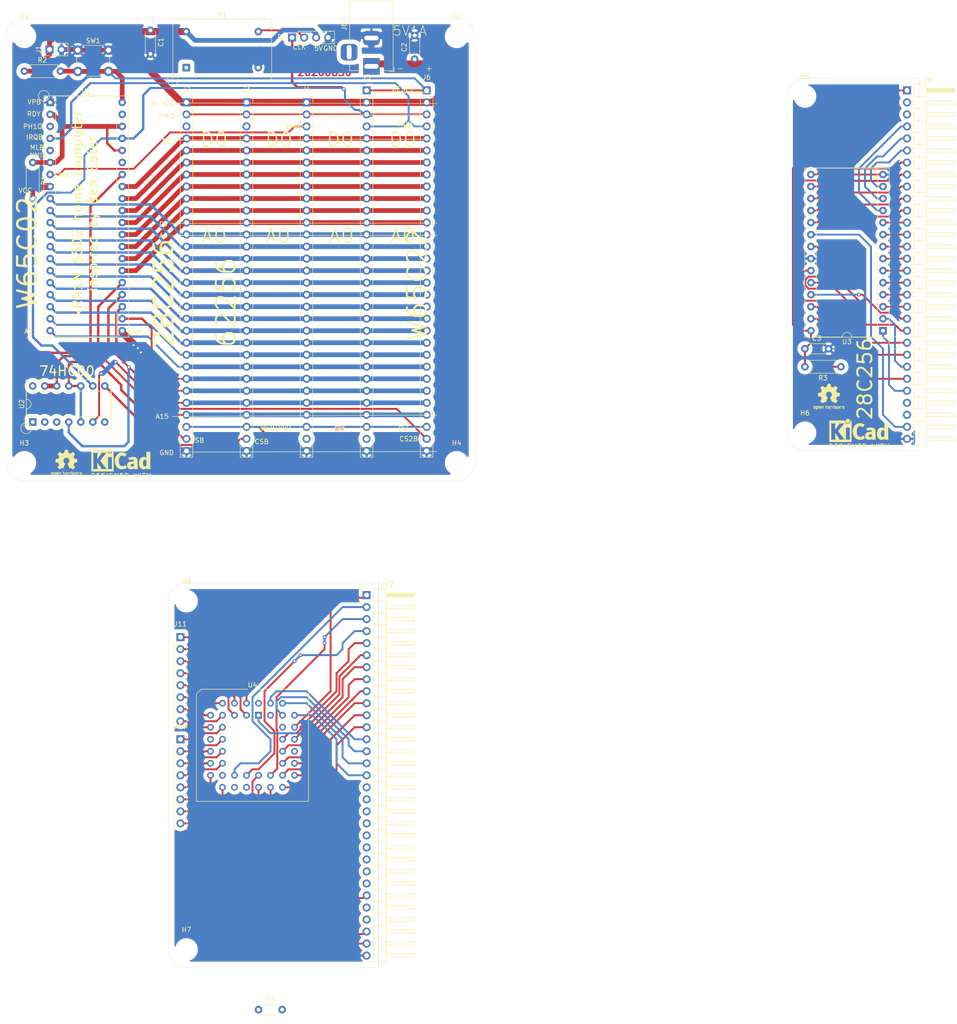
<source format=kicad_pcb>
(kicad_pcb (version 20171130) (host pcbnew 5.1.6+dfsg1-1~bpo10+1)
  (layers (0 F.Cu signal) (31 B.Cu signal) (34 B.Paste user) (35 F.Paste user) (36 B.SilkS user) (37 F.SilkS user) (38 B.Mask user) (39 F.Mask user) (44 Edge.Cuts user))
  (net 0 "")
  (net 1 GND)
  (net 2 "Net-(R1-Pad1)")
  (net 3 +5V)
  (net 4 "Net-(J2-Pad2)")
  (net 5 "Net-(J2-Pad4)")
  (net 6 "Net-(J2-Pad5)")
  (net 7 "Net-(J2-Pad6)")
  (net 8 "Net-(J2-Pad7)")
  (net 9 "Net-(J2-Pad8)")
  (net 10 "Net-(J2-Pad9)")
  (net 11 "Net-(J2-Pad11)")
  (net 12 "Net-(J2-Pad12)")
  (net 13 "Net-(J2-Pad13)")
  (net 14 "Net-(J2-Pad14)")
  (net 15 "Net-(J2-Pad15)")
  (net 16 "Net-(J2-Pad16)")
  (net 17 "Net-(J2-Pad17)")
  (net 18 "Net-(J2-Pad18)")
  (net 19 "Net-(J2-Pad19)")
  (net 20 "Net-(J2-Pad20)")
  (net 21 "Net-(J2-Pad21)")
  (net 22 "Net-(J2-Pad22)")
  (net 23 "Net-(J2-Pad23)")
  (net 24 "Net-(J2-Pad24)")
  (net 25 "Net-(J2-Pad25)")
  (net 26 "Net-(J2-Pad26)")
  (net 27 "Net-(J2-Pad27)")
  (net 28 "Net-(J2-Pad10)")
  (net 29 "Net-(J7-Pad2)")
  (net 30 "Net-(J2-Pad29)")
  (net 31 "Net-(J3-Pad29)")
  (net 32 "Net-(J2-Pad28)")
  (net 33 "Net-(J4-Pad3)")
  (net 34 "Net-(J5-Pad1)")
  (net 35 "Net-(J5-Pad4)")
  (net 36 "Net-(J6-Pad30)")
  (net 37 "Net-(J9-Pad4)")
  (net 38 "Net-(J9-Pad5)")
  (net 39 "Net-(J9-Pad6)")
  (net 40 "Net-(J9-Pad7)")
  (net 41 "Net-(J9-Pad8)")
  (net 42 "Net-(J9-Pad9)")
  (net 43 "Net-(J9-Pad10)")
  (net 44 "Net-(J9-Pad11)")
  (net 45 "Net-(J9-Pad12)")
  (net 46 "Net-(J9-Pad13)")
  (net 47 "Net-(J9-Pad14)")
  (net 48 "Net-(J9-Pad15)")
  (net 49 "Net-(J9-Pad16)")
  (net 50 "Net-(J9-Pad17)")
  (net 51 "Net-(J9-Pad18)")
  (net 52 "Net-(J9-Pad19)")
  (net 53 "Net-(J9-Pad20)")
  (net 54 "Net-(J9-Pad21)")
  (net 55 "Net-(J9-Pad22)")
  (net 56 "Net-(J9-Pad23)")
  (net 57 "Net-(J9-Pad24)")
  (net 58 "Net-(J9-Pad25)")
  (net 59 "Net-(J9-Pad26)")
  (net 60 "Net-(J9-Pad29)")
  (net 61 "Net-(J10-Pad8)")
  (net 62 "Net-(J10-Pad7)")
  (net 63 "Net-(J10-Pad6)")
  (net 64 "Net-(J10-Pad5)")
  (net 65 "Net-(J10-Pad4)")
  (net 66 "Net-(J10-Pad3)")
  (net 67 "Net-(J10-Pad2)")
  (net 68 "Net-(J10-Pad1)")
  (net 69 "Net-(J11-Pad1)")
  (net 70 "Net-(J11-Pad2)")
  (net 71 "Net-(J11-Pad3)")
  (net 72 "Net-(J11-Pad4)")
  (net 73 "Net-(J11-Pad5)")
  (net 74 "Net-(J11-Pad6)")
  (net 75 "Net-(J11-Pad7)")
  (net 76 "Net-(J11-Pad8)")
  (net 77 "Net-(J12-Pad1)")
  (net 78 "Net-(J12-Pad3)")
  (net 79 "Net-(J12-Pad4)")
  (net 80 "Net-(J12-Pad5)")
  (net 81 "Net-(J12-Pad6)")
  (net 82 "Net-(J12-Pad7)")
  (net 83 "Net-(J12-Pad8)")
  (net 84 "Net-(J12-Pad9)")
  (net 85 "Net-(J12-Pad10)")
  (net 86 "Net-(J12-Pad11)")
  (net 87 "Net-(J12-Pad12)")
  (net 88 "Net-(J12-Pad13)")
  (net 89 "Net-(J12-Pad14)")
  (net 90 "Net-(J12-Pad15)")
  (net 91 "Net-(J12-Pad16)")
  (net 92 "Net-(J12-Pad26)")
  (net 93 "Net-(J12-Pad29)")
  (net 94 "Net-(J12-Pad30)")
  (net 95 "Net-(J9-Pad28)")
  (module Resistor_THT:R_Axial_DIN0207_L6.3mm_D2.5mm_P7.62mm_Horizontal (layer F.Cu) (at 189.23 83.82 180)
    (fp_text reference R3 (at 3.81 -2.37) (layer F.SilkS))
    (fp_text value R)
    (pad 2 thru_hole oval (at 7.62 0 180) (size 1.6 1.6) (drill 0.8) (layers *.Cu *.Mask) (net 3 +5V))
    (pad 1 thru_hole circle (at 0 0 180) (size 1.6 1.6) (drill 0.8) (layers *.Cu *.Mask) (net 95 "Net-(J9-Pad28)"))
  )
  (module Symbol:KiCad-Logo2_5mm_SilkScreen (layer F.Cu) (at 193.04 97.79)
    (fp_text reference REF** hide)
    (fp_text value KiCad-Logo2_5mm_SilkScreen hide)
  )
  (module Symbol:OSHW-Logo2_7.3x6mm_SilkScreen (layer F.Cu) (at 186.69 90.17)
    (fp_text reference REF** hide)
    (fp_text value OSHW-Logo2_7.3x6mm_SilkScreen hide)
  )
  (module Symbol:OSHW-Logo2_7.3x6mm_SilkScreen (layer F.Cu) (at 25.4 104.14)
    (fp_text reference REF** hide)
    (fp_text value OSHW-Logo2_7.3x6mm_SilkScreen hide)
  )
  (module Symbol:KiCad-Logo2_5mm_SilkScreen (layer F.Cu) (at 36.957 104.013)
    (fp_text reference REF** hide)
    (fp_text value KiCad-Logo2_5mm_SilkScreen hide)
  )
  (module Package_DIP:DIP-14_W7.62mm_Socket (layer F.Cu) (at 18.288 95.504 90)
    (fp_text reference U2 (at 3.81 -2.33 90) (layer F.SilkS))
    (fp_text value 74HC00)
    (pad 1 thru_hole rect (at 0 0 90) (size 1.6 1.6) (drill 0.8) (layers *.Cu *.Mask))
    (pad 8 thru_hole oval (at 7.62 15.24 90) (size 1.6 1.6) (drill 0.8) (layers *.Cu *.Mask) (net 31 "Net-(J3-Pad29)"))
    (pad 2 thru_hole oval (at 0 2.54 90) (size 1.6 1.6) (drill 0.8) (layers *.Cu *.Mask))
    (pad 9 thru_hole oval (at 7.62 12.7 90) (size 1.6 1.6) (drill 0.8) (layers *.Cu *.Mask) (net 4 "Net-(J2-Pad2)"))
    (pad 3 thru_hole oval (at 0 5.08 90) (size 1.6 1.6) (drill 0.8) (layers *.Cu *.Mask))
    (pad 10 thru_hole oval (at 7.62 10.16 90) (size 1.6 1.6) (drill 0.8) (layers *.Cu *.Mask) (net 30 "Net-(J2-Pad29)"))
    (pad 4 thru_hole oval (at 0 7.62 90) (size 1.6 1.6) (drill 0.8) (layers *.Cu *.Mask) (net 26 "Net-(J2-Pad26)"))
    (pad 11 thru_hole oval (at 7.62 7.62 90) (size 1.6 1.6) (drill 0.8) (layers *.Cu *.Mask) (net 30 "Net-(J2-Pad29)"))
    (pad 5 thru_hole oval (at 0 10.16 90) (size 1.6 1.6) (drill 0.8) (layers *.Cu *.Mask) (net 30 "Net-(J2-Pad29)"))
    (pad 12 thru_hole oval (at 7.62 5.08 90) (size 1.6 1.6) (drill 0.8) (layers *.Cu *.Mask) (net 27 "Net-(J2-Pad27)"))
    (pad 6 thru_hole oval (at 0 12.7 90) (size 1.6 1.6) (drill 0.8) (layers *.Cu *.Mask) (net 36 "Net-(J6-Pad30)"))
    (pad 13 thru_hole oval (at 7.62 2.54 90) (size 1.6 1.6) (drill 0.8) (layers *.Cu *.Mask) (net 27 "Net-(J2-Pad27)"))
    (pad 7 thru_hole oval (at 0 15.24 90) (size 1.6 1.6) (drill 0.8) (layers *.Cu *.Mask))
    (pad 14 thru_hole oval (at 7.62 0 90) (size 1.6 1.6) (drill 0.8) (layers *.Cu *.Mask))
  )
  (module Connector_PinSocket_2.54mm:PinSocket_1x30_P2.54mm_Vertical (layer F.Cu) (at 76.2 27.94)
    (fp_text reference J4 (at 0 -2.77) (layer F.SilkS))
    (fp_text value Conn_01x30)
    (pad 30 thru_hole oval (at 0 73.66) (size 1.7 1.7) (drill 1) (layers *.Cu *.Mask) (net 1 GND))
    (pad 29 thru_hole oval (at 0 71.12) (size 1.7 1.7) (drill 1) (layers *.Cu *.Mask))
    (pad 28 thru_hole oval (at 0 68.58) (size 1.7 1.7) (drill 1) (layers *.Cu *.Mask) (net 32 "Net-(J2-Pad28)"))
    (pad 27 thru_hole oval (at 0 66.04) (size 1.7 1.7) (drill 1) (layers *.Cu *.Mask) (net 27 "Net-(J2-Pad27)"))
    (pad 26 thru_hole oval (at 0 63.5) (size 1.7 1.7) (drill 1) (layers *.Cu *.Mask) (net 26 "Net-(J2-Pad26)"))
    (pad 25 thru_hole oval (at 0 60.96) (size 1.7 1.7) (drill 1) (layers *.Cu *.Mask) (net 25 "Net-(J2-Pad25)"))
    (pad 24 thru_hole oval (at 0 58.42) (size 1.7 1.7) (drill 1) (layers *.Cu *.Mask) (net 24 "Net-(J2-Pad24)"))
    (pad 23 thru_hole oval (at 0 55.88) (size 1.7 1.7) (drill 1) (layers *.Cu *.Mask) (net 23 "Net-(J2-Pad23)"))
    (pad 22 thru_hole oval (at 0 53.34) (size 1.7 1.7) (drill 1) (layers *.Cu *.Mask) (net 22 "Net-(J2-Pad22)"))
    (pad 21 thru_hole oval (at 0 50.8) (size 1.7 1.7) (drill 1) (layers *.Cu *.Mask) (net 21 "Net-(J2-Pad21)"))
    (pad 20 thru_hole oval (at 0 48.26) (size 1.7 1.7) (drill 1) (layers *.Cu *.Mask) (net 20 "Net-(J2-Pad20)"))
    (pad 19 thru_hole oval (at 0 45.72) (size 1.7 1.7) (drill 1) (layers *.Cu *.Mask) (net 19 "Net-(J2-Pad19)"))
    (pad 18 thru_hole oval (at 0 43.18) (size 1.7 1.7) (drill 1) (layers *.Cu *.Mask) (net 18 "Net-(J2-Pad18)"))
    (pad 17 thru_hole oval (at 0 40.64) (size 1.7 1.7) (drill 1) (layers *.Cu *.Mask) (net 17 "Net-(J2-Pad17)"))
    (pad 16 thru_hole oval (at 0 38.1) (size 1.7 1.7) (drill 1) (layers *.Cu *.Mask) (net 16 "Net-(J2-Pad16)"))
    (pad 15 thru_hole oval (at 0 35.56) (size 1.7 1.7) (drill 1) (layers *.Cu *.Mask) (net 15 "Net-(J2-Pad15)"))
    (pad 14 thru_hole oval (at 0 33.02) (size 1.7 1.7) (drill 1) (layers *.Cu *.Mask) (net 14 "Net-(J2-Pad14)"))
    (pad 13 thru_hole oval (at 0 30.48) (size 1.7 1.7) (drill 1) (layers *.Cu *.Mask) (net 13 "Net-(J2-Pad13)"))
    (pad 12 thru_hole oval (at 0 27.94) (size 1.7 1.7) (drill 1) (layers *.Cu *.Mask) (net 12 "Net-(J2-Pad12)"))
    (pad 11 thru_hole oval (at 0 25.4) (size 1.7 1.7) (drill 1) (layers *.Cu *.Mask) (net 11 "Net-(J2-Pad11)"))
    (pad 10 thru_hole oval (at 0 22.86) (size 1.7 1.7) (drill 1) (layers *.Cu *.Mask) (net 28 "Net-(J2-Pad10)"))
    (pad 9 thru_hole oval (at 0 20.32) (size 1.7 1.7) (drill 1) (layers *.Cu *.Mask) (net 10 "Net-(J2-Pad9)"))
    (pad 8 thru_hole oval (at 0 17.78) (size 1.7 1.7) (drill 1) (layers *.Cu *.Mask) (net 9 "Net-(J2-Pad8)"))
    (pad 7 thru_hole oval (at 0 15.24) (size 1.7 1.7) (drill 1) (layers *.Cu *.Mask) (net 8 "Net-(J2-Pad7)"))
    (pad 6 thru_hole oval (at 0 12.7) (size 1.7 1.7) (drill 1) (layers *.Cu *.Mask) (net 7 "Net-(J2-Pad6)"))
    (pad 5 thru_hole oval (at 0 10.16) (size 1.7 1.7) (drill 1) (layers *.Cu *.Mask) (net 6 "Net-(J2-Pad5)"))
    (pad 4 thru_hole oval (at 0 7.62) (size 1.7 1.7) (drill 1) (layers *.Cu *.Mask) (net 5 "Net-(J2-Pad4)"))
    (pad 3 thru_hole oval (at 0 5.08) (size 1.7 1.7) (drill 1) (layers *.Cu *.Mask) (net 33 "Net-(J4-Pad3)"))
    (pad 2 thru_hole oval (at 0 2.54) (size 1.7 1.7) (drill 1) (layers *.Cu *.Mask) (net 4 "Net-(J2-Pad2)"))
    (pad 1 thru_hole rect (at 0 0) (size 1.7 1.7) (drill 1) (layers *.Cu *.Mask) (net 3 +5V))
  )
  (module Package_DIP:DIP-40_W15.24mm_Socket (layer F.Cu) (at 21.971 27.94)
    (fp_text reference U1 (at 7.62 -2.33) (layer F.SilkS))
    (fp_text value 6502)
    (pad 1 thru_hole rect (at 0 0) (size 1.6 1.6) (drill 0.8) (layers *.Cu *.Mask) (net 1 GND))
    (pad 21 thru_hole oval (at 15.24 48.26) (size 1.6 1.6) (drill 0.8) (layers *.Cu *.Mask) (net 1 GND))
    (pad 2 thru_hole oval (at 0 2.54) (size 1.6 1.6) (drill 0.8) (layers *.Cu *.Mask) (net 2 "Net-(R1-Pad1)"))
    (pad 22 thru_hole oval (at 15.24 45.72) (size 1.6 1.6) (drill 0.8) (layers *.Cu *.Mask) (net 24 "Net-(J2-Pad24)"))
    (pad 3 thru_hole oval (at 0 5.08) (size 1.6 1.6) (drill 0.8) (layers *.Cu *.Mask))
    (pad 23 thru_hole oval (at 15.24 43.18) (size 1.6 1.6) (drill 0.8) (layers *.Cu *.Mask) (net 25 "Net-(J2-Pad25)"))
    (pad 4 thru_hole oval (at 0 7.62) (size 1.6 1.6) (drill 0.8) (layers *.Cu *.Mask) (net 35 "Net-(J5-Pad4)"))
    (pad 24 thru_hole oval (at 15.24 40.64) (size 1.6 1.6) (drill 0.8) (layers *.Cu *.Mask) (net 26 "Net-(J2-Pad26)"))
    (pad 5 thru_hole oval (at 0 10.16) (size 1.6 1.6) (drill 0.8) (layers *.Cu *.Mask))
    (pad 25 thru_hole oval (at 15.24 38.1) (size 1.6 1.6) (drill 0.8) (layers *.Cu *.Mask) (net 27 "Net-(J2-Pad27)"))
    (pad 6 thru_hole oval (at 0 12.7) (size 1.6 1.6) (drill 0.8) (layers *.Cu *.Mask) (net 2 "Net-(R1-Pad1)"))
    (pad 26 thru_hole oval (at 15.24 35.56) (size 1.6 1.6) (drill 0.8) (layers *.Cu *.Mask) (net 11 "Net-(J2-Pad11)"))
    (pad 7 thru_hole oval (at 0 15.24) (size 1.6 1.6) (drill 0.8) (layers *.Cu *.Mask) (net 33 "Net-(J4-Pad3)"))
    (pad 27 thru_hole oval (at 15.24 33.02) (size 1.6 1.6) (drill 0.8) (layers *.Cu *.Mask) (net 28 "Net-(J2-Pad10)"))
    (pad 8 thru_hole oval (at 0 17.78) (size 1.6 1.6) (drill 0.8) (layers *.Cu *.Mask) (net 3 +5V))
    (pad 28 thru_hole oval (at 15.24 30.48) (size 1.6 1.6) (drill 0.8) (layers *.Cu *.Mask) (net 10 "Net-(J2-Pad9)"))
    (pad 9 thru_hole oval (at 0 20.32) (size 1.6 1.6) (drill 0.8) (layers *.Cu *.Mask) (net 12 "Net-(J2-Pad12)"))
    (pad 29 thru_hole oval (at 15.24 27.94) (size 1.6 1.6) (drill 0.8) (layers *.Cu *.Mask) (net 9 "Net-(J2-Pad8)"))
    (pad 10 thru_hole oval (at 0 22.86) (size 1.6 1.6) (drill 0.8) (layers *.Cu *.Mask) (net 13 "Net-(J2-Pad13)"))
    (pad 30 thru_hole oval (at 15.24 25.4) (size 1.6 1.6) (drill 0.8) (layers *.Cu *.Mask) (net 8 "Net-(J2-Pad7)"))
    (pad 11 thru_hole oval (at 0 25.4) (size 1.6 1.6) (drill 0.8) (layers *.Cu *.Mask) (net 14 "Net-(J2-Pad14)"))
    (pad 31 thru_hole oval (at 15.24 22.86) (size 1.6 1.6) (drill 0.8) (layers *.Cu *.Mask) (net 7 "Net-(J2-Pad6)"))
    (pad 12 thru_hole oval (at 0 27.94) (size 1.6 1.6) (drill 0.8) (layers *.Cu *.Mask) (net 15 "Net-(J2-Pad15)"))
    (pad 32 thru_hole oval (at 15.24 20.32) (size 1.6 1.6) (drill 0.8) (layers *.Cu *.Mask) (net 6 "Net-(J2-Pad5)"))
    (pad 13 thru_hole oval (at 0 30.48) (size 1.6 1.6) (drill 0.8) (layers *.Cu *.Mask) (net 16 "Net-(J2-Pad16)"))
    (pad 33 thru_hole oval (at 15.24 17.78) (size 1.6 1.6) (drill 0.8) (layers *.Cu *.Mask) (net 5 "Net-(J2-Pad4)"))
    (pad 14 thru_hole oval (at 0 33.02) (size 1.6 1.6) (drill 0.8) (layers *.Cu *.Mask) (net 17 "Net-(J2-Pad17)"))
    (pad 34 thru_hole oval (at 15.24 15.24) (size 1.6 1.6) (drill 0.8) (layers *.Cu *.Mask) (net 32 "Net-(J2-Pad28)"))
    (pad 15 thru_hole oval (at 0 35.56) (size 1.6 1.6) (drill 0.8) (layers *.Cu *.Mask) (net 18 "Net-(J2-Pad18)"))
    (pad 35 thru_hole oval (at 15.24 12.7) (size 1.6 1.6) (drill 0.8) (layers *.Cu *.Mask))
    (pad 16 thru_hole oval (at 0 38.1) (size 1.6 1.6) (drill 0.8) (layers *.Cu *.Mask) (net 19 "Net-(J2-Pad19)"))
    (pad 36 thru_hole oval (at 15.24 10.16) (size 1.6 1.6) (drill 0.8) (layers *.Cu *.Mask) (net 2 "Net-(R1-Pad1)"))
    (pad 17 thru_hole oval (at 0 40.64) (size 1.6 1.6) (drill 0.8) (layers *.Cu *.Mask) (net 20 "Net-(J2-Pad20)"))
    (pad 37 thru_hole oval (at 15.24 7.62) (size 1.6 1.6) (drill 0.8) (layers *.Cu *.Mask) (net 4 "Net-(J2-Pad2)"))
    (pad 18 thru_hole oval (at 0 43.18) (size 1.6 1.6) (drill 0.8) (layers *.Cu *.Mask) (net 21 "Net-(J2-Pad21)"))
    (pad 38 thru_hole oval (at 15.24 5.08) (size 1.6 1.6) (drill 0.8) (layers *.Cu *.Mask) (net 2 "Net-(R1-Pad1)"))
    (pad 19 thru_hole oval (at 0 45.72) (size 1.6 1.6) (drill 0.8) (layers *.Cu *.Mask) (net 22 "Net-(J2-Pad22)"))
    (pad 39 thru_hole oval (at 15.24 2.54) (size 1.6 1.6) (drill 0.8) (layers *.Cu *.Mask))
    (pad 20 thru_hole oval (at 0 48.26) (size 1.6 1.6) (drill 0.8) (layers *.Cu *.Mask) (net 23 "Net-(J2-Pad23)"))
    (pad 40 thru_hole oval (at 15.24 0) (size 1.6 1.6) (drill 0.8) (layers *.Cu *.Mask) (net 34 "Net-(J5-Pad1)"))
  )
  (module Button_Switch_THT:SW_PUSH_6mm (layer F.Cu) (at 27.813 16.891)
    (fp_text reference SW1 (at 3.25 -2) (layer F.SilkS))
    (fp_text value SW_Push)
    (pad 2 thru_hole circle (at 0 4.5 90) (size 2 2) (drill 1.1) (layers *.Cu *.Mask) (net 34 "Net-(J5-Pad1)"))
    (pad 1 thru_hole circle (at 0 0 90) (size 2 2) (drill 1.1) (layers *.Cu *.Mask) (net 1 GND))
    (pad 2 thru_hole circle (at 6.5 4.5 90) (size 2 2) (drill 1.1) (layers *.Cu *.Mask) (net 34 "Net-(J5-Pad1)"))
    (pad 1 thru_hole circle (at 6.5 0 90) (size 2 2) (drill 1.1) (layers *.Cu *.Mask) (net 1 GND))
  )
  (module Connector_PinSocket_2.54mm:PinSocket_1x30_P2.54mm_Vertical (layer F.Cu) (at 50.8 27.94)
    (fp_text reference J2 (at 0 -2.77) (layer F.SilkS))
    (fp_text value Conn_01x30)
    (pad 1 thru_hole rect (at 0 0) (size 1.7 1.7) (drill 1) (layers *.Cu *.Mask) (net 3 +5V))
    (pad 2 thru_hole oval (at 0 2.54) (size 1.7 1.7) (drill 1) (layers *.Cu *.Mask) (net 4 "Net-(J2-Pad2)"))
    (pad 3 thru_hole oval (at 0 5.08) (size 1.7 1.7) (drill 1) (layers *.Cu *.Mask))
    (pad 4 thru_hole oval (at 0 7.62) (size 1.7 1.7) (drill 1) (layers *.Cu *.Mask) (net 5 "Net-(J2-Pad4)"))
    (pad 5 thru_hole oval (at 0 10.16) (size 1.7 1.7) (drill 1) (layers *.Cu *.Mask) (net 6 "Net-(J2-Pad5)"))
    (pad 6 thru_hole oval (at 0 12.7) (size 1.7 1.7) (drill 1) (layers *.Cu *.Mask) (net 7 "Net-(J2-Pad6)"))
    (pad 7 thru_hole oval (at 0 15.24) (size 1.7 1.7) (drill 1) (layers *.Cu *.Mask) (net 8 "Net-(J2-Pad7)"))
    (pad 8 thru_hole oval (at 0 17.78) (size 1.7 1.7) (drill 1) (layers *.Cu *.Mask) (net 9 "Net-(J2-Pad8)"))
    (pad 9 thru_hole oval (at 0 20.32) (size 1.7 1.7) (drill 1) (layers *.Cu *.Mask) (net 10 "Net-(J2-Pad9)"))
    (pad 10 thru_hole oval (at 0 22.86) (size 1.7 1.7) (drill 1) (layers *.Cu *.Mask) (net 28 "Net-(J2-Pad10)"))
    (pad 11 thru_hole oval (at 0 25.4) (size 1.7 1.7) (drill 1) (layers *.Cu *.Mask) (net 11 "Net-(J2-Pad11)"))
    (pad 12 thru_hole oval (at 0 27.94) (size 1.7 1.7) (drill 1) (layers *.Cu *.Mask) (net 12 "Net-(J2-Pad12)"))
    (pad 13 thru_hole oval (at 0 30.48) (size 1.7 1.7) (drill 1) (layers *.Cu *.Mask) (net 13 "Net-(J2-Pad13)"))
    (pad 14 thru_hole oval (at 0 33.02) (size 1.7 1.7) (drill 1) (layers *.Cu *.Mask) (net 14 "Net-(J2-Pad14)"))
    (pad 15 thru_hole oval (at 0 35.56) (size 1.7 1.7) (drill 1) (layers *.Cu *.Mask) (net 15 "Net-(J2-Pad15)"))
    (pad 16 thru_hole oval (at 0 38.1) (size 1.7 1.7) (drill 1) (layers *.Cu *.Mask) (net 16 "Net-(J2-Pad16)"))
    (pad 17 thru_hole oval (at 0 40.64) (size 1.7 1.7) (drill 1) (layers *.Cu *.Mask) (net 17 "Net-(J2-Pad17)"))
    (pad 18 thru_hole oval (at 0 43.18) (size 1.7 1.7) (drill 1) (layers *.Cu *.Mask) (net 18 "Net-(J2-Pad18)"))
    (pad 19 thru_hole oval (at 0 45.72) (size 1.7 1.7) (drill 1) (layers *.Cu *.Mask) (net 19 "Net-(J2-Pad19)"))
    (pad 20 thru_hole oval (at 0 48.26) (size 1.7 1.7) (drill 1) (layers *.Cu *.Mask) (net 20 "Net-(J2-Pad20)"))
    (pad 21 thru_hole oval (at 0 50.8) (size 1.7 1.7) (drill 1) (layers *.Cu *.Mask) (net 21 "Net-(J2-Pad21)"))
    (pad 22 thru_hole oval (at 0 53.34) (size 1.7 1.7) (drill 1) (layers *.Cu *.Mask) (net 22 "Net-(J2-Pad22)"))
    (pad 23 thru_hole oval (at 0 55.88) (size 1.7 1.7) (drill 1) (layers *.Cu *.Mask) (net 23 "Net-(J2-Pad23)"))
    (pad 24 thru_hole oval (at 0 58.42) (size 1.7 1.7) (drill 1) (layers *.Cu *.Mask) (net 24 "Net-(J2-Pad24)"))
    (pad 25 thru_hole oval (at 0 60.96) (size 1.7 1.7) (drill 1) (layers *.Cu *.Mask) (net 25 "Net-(J2-Pad25)"))
    (pad 26 thru_hole oval (at 0 63.5) (size 1.7 1.7) (drill 1) (layers *.Cu *.Mask) (net 26 "Net-(J2-Pad26)"))
    (pad 27 thru_hole oval (at 0 66.04) (size 1.7 1.7) (drill 1) (layers *.Cu *.Mask) (net 27 "Net-(J2-Pad27)"))
    (pad 28 thru_hole oval (at 0 68.58) (size 1.7 1.7) (drill 1) (layers *.Cu *.Mask) (net 32 "Net-(J2-Pad28)"))
    (pad 29 thru_hole oval (at 0 71.12) (size 1.7 1.7) (drill 1) (layers *.Cu *.Mask) (net 30 "Net-(J2-Pad29)"))
    (pad 30 thru_hole oval (at 0 73.66) (size 1.7 1.7) (drill 1) (layers *.Cu *.Mask) (net 1 GND))
  )
  (module Connector_PinSocket_2.54mm:PinSocket_1x30_P2.54mm_Vertical (layer F.Cu) (at 63.5 27.94)
    (fp_text reference J3 (at 0 -2.77) (layer F.SilkS))
    (fp_text value Conn_01x30)
    (pad 30 thru_hole oval (at 0 73.66) (size 1.7 1.7) (drill 1) (layers *.Cu *.Mask) (net 1 GND))
    (pad 29 thru_hole oval (at 0 71.12) (size 1.7 1.7) (drill 1) (layers *.Cu *.Mask) (net 31 "Net-(J3-Pad29)"))
    (pad 28 thru_hole oval (at 0 68.58) (size 1.7 1.7) (drill 1) (layers *.Cu *.Mask) (net 32 "Net-(J2-Pad28)"))
    (pad 27 thru_hole oval (at 0 66.04) (size 1.7 1.7) (drill 1) (layers *.Cu *.Mask) (net 27 "Net-(J2-Pad27)"))
    (pad 26 thru_hole oval (at 0 63.5) (size 1.7 1.7) (drill 1) (layers *.Cu *.Mask) (net 26 "Net-(J2-Pad26)"))
    (pad 25 thru_hole oval (at 0 60.96) (size 1.7 1.7) (drill 1) (layers *.Cu *.Mask) (net 25 "Net-(J2-Pad25)"))
    (pad 24 thru_hole oval (at 0 58.42) (size 1.7 1.7) (drill 1) (layers *.Cu *.Mask) (net 24 "Net-(J2-Pad24)"))
    (pad 23 thru_hole oval (at 0 55.88) (size 1.7 1.7) (drill 1) (layers *.Cu *.Mask) (net 23 "Net-(J2-Pad23)"))
    (pad 22 thru_hole oval (at 0 53.34) (size 1.7 1.7) (drill 1) (layers *.Cu *.Mask) (net 22 "Net-(J2-Pad22)"))
    (pad 21 thru_hole oval (at 0 50.8) (size 1.7 1.7) (drill 1) (layers *.Cu *.Mask) (net 21 "Net-(J2-Pad21)"))
    (pad 20 thru_hole oval (at 0 48.26) (size 1.7 1.7) (drill 1) (layers *.Cu *.Mask) (net 20 "Net-(J2-Pad20)"))
    (pad 19 thru_hole oval (at 0 45.72) (size 1.7 1.7) (drill 1) (layers *.Cu *.Mask) (net 19 "Net-(J2-Pad19)"))
    (pad 18 thru_hole oval (at 0 43.18) (size 1.7 1.7) (drill 1) (layers *.Cu *.Mask) (net 18 "Net-(J2-Pad18)"))
    (pad 17 thru_hole oval (at 0 40.64) (size 1.7 1.7) (drill 1) (layers *.Cu *.Mask) (net 17 "Net-(J2-Pad17)"))
    (pad 16 thru_hole oval (at 0 38.1) (size 1.7 1.7) (drill 1) (layers *.Cu *.Mask) (net 16 "Net-(J2-Pad16)"))
    (pad 15 thru_hole oval (at 0 35.56) (size 1.7 1.7) (drill 1) (layers *.Cu *.Mask) (net 15 "Net-(J2-Pad15)"))
    (pad 14 thru_hole oval (at 0 33.02) (size 1.7 1.7) (drill 1) (layers *.Cu *.Mask) (net 14 "Net-(J2-Pad14)"))
    (pad 13 thru_hole oval (at 0 30.48) (size 1.7 1.7) (drill 1) (layers *.Cu *.Mask) (net 13 "Net-(J2-Pad13)"))
    (pad 12 thru_hole oval (at 0 27.94) (size 1.7 1.7) (drill 1) (layers *.Cu *.Mask) (net 12 "Net-(J2-Pad12)"))
    (pad 11 thru_hole oval (at 0 25.4) (size 1.7 1.7) (drill 1) (layers *.Cu *.Mask) (net 11 "Net-(J2-Pad11)"))
    (pad 10 thru_hole oval (at 0 22.86) (size 1.7 1.7) (drill 1) (layers *.Cu *.Mask) (net 28 "Net-(J2-Pad10)"))
    (pad 9 thru_hole oval (at 0 20.32) (size 1.7 1.7) (drill 1) (layers *.Cu *.Mask) (net 10 "Net-(J2-Pad9)"))
    (pad 8 thru_hole oval (at 0 17.78) (size 1.7 1.7) (drill 1) (layers *.Cu *.Mask) (net 9 "Net-(J2-Pad8)"))
    (pad 7 thru_hole oval (at 0 15.24) (size 1.7 1.7) (drill 1) (layers *.Cu *.Mask) (net 8 "Net-(J2-Pad7)"))
    (pad 6 thru_hole oval (at 0 12.7) (size 1.7 1.7) (drill 1) (layers *.Cu *.Mask) (net 7 "Net-(J2-Pad6)"))
    (pad 5 thru_hole oval (at 0 10.16) (size 1.7 1.7) (drill 1) (layers *.Cu *.Mask) (net 6 "Net-(J2-Pad5)"))
    (pad 4 thru_hole oval (at 0 7.62) (size 1.7 1.7) (drill 1) (layers *.Cu *.Mask) (net 5 "Net-(J2-Pad4)"))
    (pad 3 thru_hole oval (at 0 5.08) (size 1.7 1.7) (drill 1) (layers *.Cu *.Mask))
    (pad 2 thru_hole oval (at 0 2.54) (size 1.7 1.7) (drill 1) (layers *.Cu *.Mask) (net 4 "Net-(J2-Pad2)"))
    (pad 1 thru_hole rect (at 0 0) (size 1.7 1.7) (drill 1) (layers *.Cu *.Mask) (net 3 +5V))
  )
  (module Oscillator:Oscillator_DIP-14 (layer F.Cu) (at 50.757001 20.595001)
    (fp_text reference X1 (at 7.62 -11.26) (layer F.SilkS))
    (fp_text value ACO-xxxMHz)
    (pad 1 thru_hole rect (at 0 0) (size 1.6 1.6) (drill 0.8) (layers *.Cu *.Mask))
    (pad 14 thru_hole circle (at 0 -7.62) (size 1.6 1.6) (drill 0.8) (layers *.Cu *.Mask) (net 3 +5V))
    (pad 8 thru_hole circle (at 15.24 -7.62) (size 1.6 1.6) (drill 0.8) (layers *.Cu *.Mask) (net 29 "Net-(J7-Pad2)"))
    (pad 7 thru_hole circle (at 15.24 0) (size 1.6 1.6) (drill 0.8) (layers *.Cu *.Mask) (net 1 GND))
  )
  (module Connector_PinHeader_2.54mm:PinHeader_1x04_P2.54mm_Vertical (layer F.Cu) (at 73.152 14.224 90)
    (fp_text reference J7 (at 0 -2.33 90) (layer F.SilkS))
    (fp_text value Conn_01x04)
    (pad 1 thru_hole rect (at 0 0 90) (size 1.7 1.7) (drill 1) (layers *.Cu *.Mask) (net 4 "Net-(J2-Pad2)"))
    (pad 2 thru_hole oval (at 0 2.54 90) (size 1.7 1.7) (drill 1) (layers *.Cu *.Mask) (net 29 "Net-(J7-Pad2)"))
    (pad 3 thru_hole oval (at 0 5.08 90) (size 1.7 1.7) (drill 1) (layers *.Cu *.Mask) (net 3 +5V))
    (pad 4 thru_hole oval (at 0 7.62 90) (size 1.7 1.7) (drill 1) (layers *.Cu *.Mask) (net 1 GND))
  )
  (module Connector_PinSocket_2.54mm:PinSocket_1x31_P2.54mm_Vertical (layer F.Cu) (at 88.9 25.4)
    (fp_text reference J5 (at 0 -2.77) (layer F.SilkS))
    (fp_text value Conn_01x31)
    (pad 31 thru_hole oval (at 0 76.2) (size 1.7 1.7) (drill 1) (layers *.Cu *.Mask) (net 1 GND))
    (pad 30 thru_hole oval (at 0 73.66) (size 1.7 1.7) (drill 1) (layers *.Cu *.Mask))
    (pad 29 thru_hole oval (at 0 71.12) (size 1.7 1.7) (drill 1) (layers *.Cu *.Mask) (net 32 "Net-(J2-Pad28)"))
    (pad 28 thru_hole oval (at 0 68.58) (size 1.7 1.7) (drill 1) (layers *.Cu *.Mask) (net 27 "Net-(J2-Pad27)"))
    (pad 27 thru_hole oval (at 0 66.04) (size 1.7 1.7) (drill 1) (layers *.Cu *.Mask) (net 26 "Net-(J2-Pad26)"))
    (pad 26 thru_hole oval (at 0 63.5) (size 1.7 1.7) (drill 1) (layers *.Cu *.Mask) (net 25 "Net-(J2-Pad25)"))
    (pad 25 thru_hole oval (at 0 60.96) (size 1.7 1.7) (drill 1) (layers *.Cu *.Mask) (net 24 "Net-(J2-Pad24)"))
    (pad 24 thru_hole oval (at 0 58.42) (size 1.7 1.7) (drill 1) (layers *.Cu *.Mask) (net 23 "Net-(J2-Pad23)"))
    (pad 23 thru_hole oval (at 0 55.88) (size 1.7 1.7) (drill 1) (layers *.Cu *.Mask) (net 22 "Net-(J2-Pad22)"))
    (pad 22 thru_hole oval (at 0 53.34) (size 1.7 1.7) (drill 1) (layers *.Cu *.Mask) (net 21 "Net-(J2-Pad21)"))
    (pad 21 thru_hole oval (at 0 50.8) (size 1.7 1.7) (drill 1) (layers *.Cu *.Mask) (net 20 "Net-(J2-Pad20)"))
    (pad 20 thru_hole oval (at 0 48.26) (size 1.7 1.7) (drill 1) (layers *.Cu *.Mask) (net 19 "Net-(J2-Pad19)"))
    (pad 19 thru_hole oval (at 0 45.72) (size 1.7 1.7) (drill 1) (layers *.Cu *.Mask) (net 18 "Net-(J2-Pad18)"))
    (pad 18 thru_hole oval (at 0 43.18) (size 1.7 1.7) (drill 1) (layers *.Cu *.Mask) (net 17 "Net-(J2-Pad17)"))
    (pad 17 thru_hole oval (at 0 40.64) (size 1.7 1.7) (drill 1) (layers *.Cu *.Mask) (net 16 "Net-(J2-Pad16)"))
    (pad 16 thru_hole oval (at 0 38.1) (size 1.7 1.7) (drill 1) (layers *.Cu *.Mask) (net 15 "Net-(J2-Pad15)"))
    (pad 15 thru_hole oval (at 0 35.56) (size 1.7 1.7) (drill 1) (layers *.Cu *.Mask) (net 14 "Net-(J2-Pad14)"))
    (pad 14 thru_hole oval (at 0 33.02) (size 1.7 1.7) (drill 1) (layers *.Cu *.Mask) (net 13 "Net-(J2-Pad13)"))
    (pad 13 thru_hole oval (at 0 30.48) (size 1.7 1.7) (drill 1) (layers *.Cu *.Mask) (net 12 "Net-(J2-Pad12)"))
    (pad 12 thru_hole oval (at 0 27.94) (size 1.7 1.7) (drill 1) (layers *.Cu *.Mask) (net 11 "Net-(J2-Pad11)"))
    (pad 11 thru_hole oval (at 0 25.4) (size 1.7 1.7) (drill 1) (layers *.Cu *.Mask) (net 28 "Net-(J2-Pad10)"))
    (pad 10 thru_hole oval (at 0 22.86) (size 1.7 1.7) (drill 1) (layers *.Cu *.Mask) (net 10 "Net-(J2-Pad9)"))
    (pad 9 thru_hole oval (at 0 20.32) (size 1.7 1.7) (drill 1) (layers *.Cu *.Mask) (net 9 "Net-(J2-Pad8)"))
    (pad 8 thru_hole oval (at 0 17.78) (size 1.7 1.7) (drill 1) (layers *.Cu *.Mask) (net 8 "Net-(J2-Pad7)"))
    (pad 7 thru_hole oval (at 0 15.24) (size 1.7 1.7) (drill 1) (layers *.Cu *.Mask) (net 7 "Net-(J2-Pad6)"))
    (pad 6 thru_hole oval (at 0 12.7) (size 1.7 1.7) (drill 1) (layers *.Cu *.Mask) (net 6 "Net-(J2-Pad5)"))
    (pad 5 thru_hole oval (at 0 10.16) (size 1.7 1.7) (drill 1) (layers *.Cu *.Mask) (net 5 "Net-(J2-Pad4)"))
    (pad 4 thru_hole oval (at 0 7.62) (size 1.7 1.7) (drill 1) (layers *.Cu *.Mask) (net 35 "Net-(J5-Pad4)"))
    (pad 3 thru_hole oval (at 0 5.08) (size 1.7 1.7) (drill 1) (layers *.Cu *.Mask) (net 4 "Net-(J2-Pad2)"))
    (pad 2 thru_hole oval (at 0 2.54) (size 1.7 1.7) (drill 1) (layers *.Cu *.Mask) (net 3 +5V))
    (pad 1 thru_hole rect (at 0 0) (size 1.7 1.7) (drill 1) (layers *.Cu *.Mask) (net 34 "Net-(J5-Pad1)"))
  )
  (module Connector_PinSocket_2.54mm:PinSocket_1x31_P2.54mm_Vertical (layer F.Cu) (at 101.6 25.4)
    (fp_text reference J6 (at 0 -2.77) (layer F.SilkS))
    (fp_text value Conn_01x31)
    (pad 1 thru_hole rect (at 0 0) (size 1.7 1.7) (drill 1) (layers *.Cu *.Mask) (net 34 "Net-(J5-Pad1)"))
    (pad 2 thru_hole oval (at 0 2.54) (size 1.7 1.7) (drill 1) (layers *.Cu *.Mask) (net 3 +5V))
    (pad 3 thru_hole oval (at 0 5.08) (size 1.7 1.7) (drill 1) (layers *.Cu *.Mask) (net 4 "Net-(J2-Pad2)"))
    (pad 4 thru_hole oval (at 0 7.62) (size 1.7 1.7) (drill 1) (layers *.Cu *.Mask) (net 35 "Net-(J5-Pad4)"))
    (pad 5 thru_hole oval (at 0 10.16) (size 1.7 1.7) (drill 1) (layers *.Cu *.Mask) (net 5 "Net-(J2-Pad4)"))
    (pad 6 thru_hole oval (at 0 12.7) (size 1.7 1.7) (drill 1) (layers *.Cu *.Mask) (net 6 "Net-(J2-Pad5)"))
    (pad 7 thru_hole oval (at 0 15.24) (size 1.7 1.7) (drill 1) (layers *.Cu *.Mask) (net 7 "Net-(J2-Pad6)"))
    (pad 8 thru_hole oval (at 0 17.78) (size 1.7 1.7) (drill 1) (layers *.Cu *.Mask) (net 8 "Net-(J2-Pad7)"))
    (pad 9 thru_hole oval (at 0 20.32) (size 1.7 1.7) (drill 1) (layers *.Cu *.Mask) (net 9 "Net-(J2-Pad8)"))
    (pad 10 thru_hole oval (at 0 22.86) (size 1.7 1.7) (drill 1) (layers *.Cu *.Mask) (net 10 "Net-(J2-Pad9)"))
    (pad 11 thru_hole oval (at 0 25.4) (size 1.7 1.7) (drill 1) (layers *.Cu *.Mask) (net 28 "Net-(J2-Pad10)"))
    (pad 12 thru_hole oval (at 0 27.94) (size 1.7 1.7) (drill 1) (layers *.Cu *.Mask) (net 11 "Net-(J2-Pad11)"))
    (pad 13 thru_hole oval (at 0 30.48) (size 1.7 1.7) (drill 1) (layers *.Cu *.Mask) (net 12 "Net-(J2-Pad12)"))
    (pad 14 thru_hole oval (at 0 33.02) (size 1.7 1.7) (drill 1) (layers *.Cu *.Mask) (net 13 "Net-(J2-Pad13)"))
    (pad 15 thru_hole oval (at 0 35.56) (size 1.7 1.7) (drill 1) (layers *.Cu *.Mask) (net 14 "Net-(J2-Pad14)"))
    (pad 16 thru_hole oval (at 0 38.1) (size 1.7 1.7) (drill 1) (layers *.Cu *.Mask) (net 15 "Net-(J2-Pad15)"))
    (pad 17 thru_hole oval (at 0 40.64) (size 1.7 1.7) (drill 1) (layers *.Cu *.Mask) (net 16 "Net-(J2-Pad16)"))
    (pad 18 thru_hole oval (at 0 43.18) (size 1.7 1.7) (drill 1) (layers *.Cu *.Mask) (net 17 "Net-(J2-Pad17)"))
    (pad 19 thru_hole oval (at 0 45.72) (size 1.7 1.7) (drill 1) (layers *.Cu *.Mask) (net 18 "Net-(J2-Pad18)"))
    (pad 20 thru_hole oval (at 0 48.26) (size 1.7 1.7) (drill 1) (layers *.Cu *.Mask) (net 19 "Net-(J2-Pad19)"))
    (pad 21 thru_hole oval (at 0 50.8) (size 1.7 1.7) (drill 1) (layers *.Cu *.Mask) (net 20 "Net-(J2-Pad20)"))
    (pad 22 thru_hole oval (at 0 53.34) (size 1.7 1.7) (drill 1) (layers *.Cu *.Mask) (net 21 "Net-(J2-Pad21)"))
    (pad 23 thru_hole oval (at 0 55.88) (size 1.7 1.7) (drill 1) (layers *.Cu *.Mask) (net 22 "Net-(J2-Pad22)"))
    (pad 24 thru_hole oval (at 0 58.42) (size 1.7 1.7) (drill 1) (layers *.Cu *.Mask) (net 23 "Net-(J2-Pad23)"))
    (pad 25 thru_hole oval (at 0 60.96) (size 1.7 1.7) (drill 1) (layers *.Cu *.Mask) (net 24 "Net-(J2-Pad24)"))
    (pad 26 thru_hole oval (at 0 63.5) (size 1.7 1.7) (drill 1) (layers *.Cu *.Mask) (net 25 "Net-(J2-Pad25)"))
    (pad 27 thru_hole oval (at 0 66.04) (size 1.7 1.7) (drill 1) (layers *.Cu *.Mask) (net 26 "Net-(J2-Pad26)"))
    (pad 28 thru_hole oval (at 0 68.58) (size 1.7 1.7) (drill 1) (layers *.Cu *.Mask) (net 27 "Net-(J2-Pad27)"))
    (pad 29 thru_hole oval (at 0 71.12) (size 1.7 1.7) (drill 1) (layers *.Cu *.Mask) (net 32 "Net-(J2-Pad28)"))
    (pad 30 thru_hole oval (at 0 73.66) (size 1.7 1.7) (drill 1) (layers *.Cu *.Mask) (net 36 "Net-(J6-Pad30)"))
    (pad 31 thru_hole oval (at 0 76.2) (size 1.7 1.7) (drill 1) (layers *.Cu *.Mask) (net 1 GND))
  )
  (module Connector_BarrelJack:BarrelJack_Horizontal (layer F.Cu) (at 89.916 20.32 270)
    (fp_text reference J8 (at -8.45 5.75 90) (layer F.SilkS))
    (fp_text value Barrel_Jack)
    (pad 1 thru_hole rect (at 0 0 270) (size 3.5 3.5) (drill oval 1 3) (layers *.Cu *.Mask) (net 3 +5V))
    (pad 2 thru_hole roundrect (at -6 0 270) (size 3 3.5) (drill oval 1 3) (layers *.Cu *.Mask) (net 1 GND))
    (pad 3 thru_hole roundrect (at -3 4.7 270) (size 3.5 3.5) (drill oval 3 1) (layers *.Cu *.Mask))
  )
  (module Connector_PinHeader_2.54mm:PinHeader_1x02_P2.54mm_Vertical (layer F.Cu) (at 21.844 16.764 90)
    (fp_text reference J1 (at 0 -2.33 90) (layer F.SilkS))
    (fp_text value Conn_01x02)
    (pad 1 thru_hole rect (at 0 0 90) (size 1.7 1.7) (drill 1) (layers *.Cu *.Mask) (net 3 +5V))
    (pad 2 thru_hole oval (at 0 2.54 90) (size 1.7 1.7) (drill 1) (layers *.Cu *.Mask) (net 1 GND))
  )
  (module Connector_PinHeader_2.54mm:PinHeader_1x30_P2.54mm_Horizontal (layer F.Cu) (at 203.2 25.4)
    (fp_text reference J9 (at 4.385 -2.27) (layer F.SilkS))
    (fp_text value Conn_01x30)
    (pad 1 thru_hole rect (at 0 0) (size 1.7 1.7) (drill 1) (layers *.Cu *.Mask) (net 3 +5V))
    (pad 2 thru_hole oval (at 0 2.54) (size 1.7 1.7) (drill 1) (layers *.Cu *.Mask))
    (pad 3 thru_hole oval (at 0 5.08) (size 1.7 1.7) (drill 1) (layers *.Cu *.Mask))
    (pad 4 thru_hole oval (at 0 7.62) (size 1.7 1.7) (drill 1) (layers *.Cu *.Mask) (net 37 "Net-(J9-Pad4)"))
    (pad 5 thru_hole oval (at 0 10.16) (size 1.7 1.7) (drill 1) (layers *.Cu *.Mask) (net 38 "Net-(J9-Pad5)"))
    (pad 6 thru_hole oval (at 0 12.7) (size 1.7 1.7) (drill 1) (layers *.Cu *.Mask) (net 39 "Net-(J9-Pad6)"))
    (pad 7 thru_hole oval (at 0 15.24) (size 1.7 1.7) (drill 1) (layers *.Cu *.Mask) (net 40 "Net-(J9-Pad7)"))
    (pad 8 thru_hole oval (at 0 17.78) (size 1.7 1.7) (drill 1) (layers *.Cu *.Mask) (net 41 "Net-(J9-Pad8)"))
    (pad 9 thru_hole oval (at 0 20.32) (size 1.7 1.7) (drill 1) (layers *.Cu *.Mask) (net 42 "Net-(J9-Pad9)"))
    (pad 10 thru_hole oval (at 0 22.86) (size 1.7 1.7) (drill 1) (layers *.Cu *.Mask) (net 43 "Net-(J9-Pad10)"))
    (pad 11 thru_hole oval (at 0 25.4) (size 1.7 1.7) (drill 1) (layers *.Cu *.Mask) (net 44 "Net-(J9-Pad11)"))
    (pad 12 thru_hole oval (at 0 27.94) (size 1.7 1.7) (drill 1) (layers *.Cu *.Mask) (net 45 "Net-(J9-Pad12)"))
    (pad 13 thru_hole oval (at 0 30.48) (size 1.7 1.7) (drill 1) (layers *.Cu *.Mask) (net 46 "Net-(J9-Pad13)"))
    (pad 14 thru_hole oval (at 0 33.02) (size 1.7 1.7) (drill 1) (layers *.Cu *.Mask) (net 47 "Net-(J9-Pad14)"))
    (pad 15 thru_hole oval (at 0 35.56) (size 1.7 1.7) (drill 1) (layers *.Cu *.Mask) (net 48 "Net-(J9-Pad15)"))
    (pad 16 thru_hole oval (at 0 38.1) (size 1.7 1.7) (drill 1) (layers *.Cu *.Mask) (net 49 "Net-(J9-Pad16)"))
    (pad 17 thru_hole oval (at 0 40.64) (size 1.7 1.7) (drill 1) (layers *.Cu *.Mask) (net 50 "Net-(J9-Pad17)"))
    (pad 18 thru_hole oval (at 0 43.18) (size 1.7 1.7) (drill 1) (layers *.Cu *.Mask) (net 51 "Net-(J9-Pad18)"))
    (pad 19 thru_hole oval (at 0 45.72) (size 1.7 1.7) (drill 1) (layers *.Cu *.Mask) (net 52 "Net-(J9-Pad19)"))
    (pad 20 thru_hole oval (at 0 48.26) (size 1.7 1.7) (drill 1) (layers *.Cu *.Mask) (net 53 "Net-(J9-Pad20)"))
    (pad 21 thru_hole oval (at 0 50.8) (size 1.7 1.7) (drill 1) (layers *.Cu *.Mask) (net 54 "Net-(J9-Pad21)"))
    (pad 22 thru_hole oval (at 0 53.34) (size 1.7 1.7) (drill 1) (layers *.Cu *.Mask) (net 55 "Net-(J9-Pad22)"))
    (pad 23 thru_hole oval (at 0 55.88) (size 1.7 1.7) (drill 1) (layers *.Cu *.Mask) (net 56 "Net-(J9-Pad23)"))
    (pad 24 thru_hole oval (at 0 58.42) (size 1.7 1.7) (drill 1) (layers *.Cu *.Mask) (net 57 "Net-(J9-Pad24)"))
    (pad 25 thru_hole oval (at 0 60.96) (size 1.7 1.7) (drill 1) (layers *.Cu *.Mask) (net 58 "Net-(J9-Pad25)"))
    (pad 26 thru_hole oval (at 0 63.5) (size 1.7 1.7) (drill 1) (layers *.Cu *.Mask) (net 59 "Net-(J9-Pad26)"))
    (pad 27 thru_hole oval (at 0 66.04) (size 1.7 1.7) (drill 1) (layers *.Cu *.Mask))
    (pad 28 thru_hole oval (at 0 68.58) (size 1.7 1.7) (drill 1) (layers *.Cu *.Mask) (net 95 "Net-(J9-Pad28)"))
    (pad 29 thru_hole oval (at 0 71.12) (size 1.7 1.7) (drill 1) (layers *.Cu *.Mask) (net 60 "Net-(J9-Pad29)"))
    (pad 30 thru_hole oval (at 0 73.66) (size 1.7 1.7) (drill 1) (layers *.Cu *.Mask) (net 1 GND))
  )
  (module Package_DIP:DIP-28_W15.24mm_Socket (layer F.Cu) (at 198.12 76.2 180)
    (fp_text reference U3 (at 7.62 -2.33) (layer F.SilkS))
    (fp_text value 28C256)
    (pad 1 thru_hole rect (at 0 0 180) (size 1.6 1.6) (drill 0.8) (layers *.Cu *.Mask) (net 59 "Net-(J9-Pad26)"))
    (pad 15 thru_hole oval (at 15.24 33.02 180) (size 1.6 1.6) (drill 0.8) (layers *.Cu *.Mask) (net 40 "Net-(J9-Pad7)"))
    (pad 2 thru_hole oval (at 0 2.54 180) (size 1.6 1.6) (drill 0.8) (layers *.Cu *.Mask) (net 57 "Net-(J9-Pad24)"))
    (pad 16 thru_hole oval (at 15.24 30.48 180) (size 1.6 1.6) (drill 0.8) (layers *.Cu *.Mask) (net 41 "Net-(J9-Pad8)"))
    (pad 3 thru_hole oval (at 0 5.08 180) (size 1.6 1.6) (drill 0.8) (layers *.Cu *.Mask) (net 52 "Net-(J9-Pad19)"))
    (pad 17 thru_hole oval (at 15.24 27.94 180) (size 1.6 1.6) (drill 0.8) (layers *.Cu *.Mask) (net 42 "Net-(J9-Pad9)"))
    (pad 4 thru_hole oval (at 0 7.62 180) (size 1.6 1.6) (drill 0.8) (layers *.Cu *.Mask) (net 51 "Net-(J9-Pad18)"))
    (pad 18 thru_hole oval (at 15.24 25.4 180) (size 1.6 1.6) (drill 0.8) (layers *.Cu *.Mask) (net 43 "Net-(J9-Pad10)"))
    (pad 5 thru_hole oval (at 0 10.16 180) (size 1.6 1.6) (drill 0.8) (layers *.Cu *.Mask) (net 50 "Net-(J9-Pad17)"))
    (pad 19 thru_hole oval (at 15.24 22.86 180) (size 1.6 1.6) (drill 0.8) (layers *.Cu *.Mask) (net 44 "Net-(J9-Pad11)"))
    (pad 6 thru_hole oval (at 0 12.7 180) (size 1.6 1.6) (drill 0.8) (layers *.Cu *.Mask) (net 49 "Net-(J9-Pad16)"))
    (pad 20 thru_hole oval (at 15.24 20.32 180) (size 1.6 1.6) (drill 0.8) (layers *.Cu *.Mask) (net 60 "Net-(J9-Pad29)"))
    (pad 7 thru_hole oval (at 0 15.24 180) (size 1.6 1.6) (drill 0.8) (layers *.Cu *.Mask) (net 48 "Net-(J9-Pad15)"))
    (pad 21 thru_hole oval (at 15.24 17.78 180) (size 1.6 1.6) (drill 0.8) (layers *.Cu *.Mask) (net 55 "Net-(J9-Pad22)"))
    (pad 8 thru_hole oval (at 0 17.78 180) (size 1.6 1.6) (drill 0.8) (layers *.Cu *.Mask) (net 47 "Net-(J9-Pad14)"))
    (pad 22 thru_hole oval (at 15.24 15.24 180) (size 1.6 1.6) (drill 0.8) (layers *.Cu *.Mask) (net 1 GND))
    (pad 9 thru_hole oval (at 0 20.32 180) (size 1.6 1.6) (drill 0.8) (layers *.Cu *.Mask) (net 46 "Net-(J9-Pad13)"))
    (pad 23 thru_hole oval (at 15.24 12.7 180) (size 1.6 1.6) (drill 0.8) (layers *.Cu *.Mask) (net 56 "Net-(J9-Pad23)"))
    (pad 10 thru_hole oval (at 0 22.86 180) (size 1.6 1.6) (drill 0.8) (layers *.Cu *.Mask) (net 45 "Net-(J9-Pad12)"))
    (pad 24 thru_hole oval (at 15.24 10.16 180) (size 1.6 1.6) (drill 0.8) (layers *.Cu *.Mask) (net 54 "Net-(J9-Pad21)"))
    (pad 11 thru_hole oval (at 0 25.4 180) (size 1.6 1.6) (drill 0.8) (layers *.Cu *.Mask) (net 37 "Net-(J9-Pad4)"))
    (pad 25 thru_hole oval (at 15.24 7.62 180) (size 1.6 1.6) (drill 0.8) (layers *.Cu *.Mask) (net 53 "Net-(J9-Pad20)"))
    (pad 12 thru_hole oval (at 0 27.94 180) (size 1.6 1.6) (drill 0.8) (layers *.Cu *.Mask) (net 38 "Net-(J9-Pad5)"))
    (pad 26 thru_hole oval (at 15.24 5.08 180) (size 1.6 1.6) (drill 0.8) (layers *.Cu *.Mask) (net 58 "Net-(J9-Pad25)"))
    (pad 13 thru_hole oval (at 0 30.48 180) (size 1.6 1.6) (drill 0.8) (layers *.Cu *.Mask) (net 39 "Net-(J9-Pad6)"))
    (pad 27 thru_hole oval (at 15.24 2.54 180) (size 1.6 1.6) (drill 0.8) (layers *.Cu *.Mask) (net 95 "Net-(J9-Pad28)"))
    (pad 14 thru_hole oval (at 0 33.02 180) (size 1.6 1.6) (drill 0.8) (layers *.Cu *.Mask) (net 1 GND))
    (pad 28 thru_hole oval (at 15.24 0 180) (size 1.6 1.6) (drill 0.8) (layers *.Cu *.Mask) (net 3 +5V))
  )
  (module MountingHole:MountingHole_3.2mm_M3 (layer F.Cu) (at 16.51 13.97)
    (fp_text reference H1 (at 0 -4.2) (layer F.SilkS))
    (fp_text value MountingHole)
    (pad 1 np_thru_hole circle (at 0 0) (size 3.2 3.2) (drill 3.2) (layers *.Cu *.Mask))
  )
  (module MountingHole:MountingHole_3.2mm_M3 (layer F.Cu) (at 107.95 13.97)
    (fp_text reference H2 (at 0 -4.2) (layer F.SilkS))
    (fp_text value MountingHole)
    (pad 1 np_thru_hole circle (at 0 0) (size 3.2 3.2) (drill 3.2) (layers *.Cu *.Mask))
  )
  (module MountingHole:MountingHole_3.2mm_M3 (layer F.Cu) (at 16.51 104.14)
    (fp_text reference H3 (at 0 -4.2) (layer F.SilkS))
    (fp_text value MountingHole)
    (pad 1 np_thru_hole circle (at 0 0) (size 3.2 3.2) (drill 3.2) (layers *.Cu *.Mask))
  )
  (module MountingHole:MountingHole_3.2mm_M3 (layer F.Cu) (at 107.95 104.14)
    (fp_text reference H4 (at 0 -4.2) (layer F.SilkS))
    (fp_text value MountingHole)
    (pad 1 np_thru_hole circle (at 0 0) (size 3.2 3.2) (drill 3.2) (layers *.Cu *.Mask))
  )
  (module MountingHole:MountingHole_3.2mm_M3 (layer F.Cu) (at 181.61 26.67)
    (fp_text reference H5 (at 0 -4.2) (layer F.SilkS))
    (fp_text value MountingHole)
    (pad 1 np_thru_hole circle (at 0 0) (size 3.2 3.2) (drill 3.2) (layers *.Cu *.Mask))
  )
  (module MountingHole:MountingHole_3.2mm_M3 (layer F.Cu) (at 181.61 97.79)
    (fp_text reference H6 (at 0 -4.2) (layer F.SilkS))
    (fp_text value MountingHole)
    (pad 1 np_thru_hole circle (at 0 0) (size 3.2 3.2) (drill 3.2) (layers *.Cu *.Mask))
  )
  (module Resistor_THT:R_Axial_DIN0207_L6.3mm_D2.5mm_P7.62mm_Horizontal (layer F.Cu) (at 18.288 40.64 270)
    (fp_text reference R1 (at 3.81 -2.37 90) (layer F.SilkS))
    (fp_text value R)
    (pad 2 thru_hole oval (at 7.62 0 270) (size 1.6 1.6) (drill 0.8) (layers *.Cu *.Mask) (net 3 +5V))
    (pad 1 thru_hole circle (at 0 0 270) (size 1.6 1.6) (drill 0.8) (layers *.Cu *.Mask) (net 2 "Net-(R1-Pad1)"))
  )
  (module Resistor_THT:R_Axial_DIN0207_L6.3mm_D2.5mm_P7.62mm_Horizontal (layer F.Cu) (at 16.51 21.336)
    (fp_text reference R2 (at 3.81 -2.37) (layer F.SilkS))
    (fp_text value R)
    (pad 1 thru_hole circle (at 0 0) (size 1.6 1.6) (drill 0.8) (layers *.Cu *.Mask) (net 3 +5V))
    (pad 2 thru_hole oval (at 7.62 0) (size 1.6 1.6) (drill 0.8) (layers *.Cu *.Mask) (net 34 "Net-(J5-Pad1)"))
  )
  (module Capacitor_THT:C_Disc_D4.3mm_W1.9mm_P5.00mm (layer F.Cu) (at 43.18 12.7 270)
    (fp_text reference C1 (at 2.5 -2.2 90) (layer F.SilkS))
    (fp_text value C)
    (pad 2 thru_hole circle (at 5 0 270) (size 1.6 1.6) (drill 0.8) (layers *.Cu *.Mask) (net 1 GND))
    (pad 1 thru_hole circle (at 0 0 270) (size 1.6 1.6) (drill 0.8) (layers *.Cu *.Mask) (net 3 +5V))
  )
  (module Capacitor_THT:C_Disc_D4.3mm_W1.9mm_P5.00mm (layer F.Cu) (at 99.06 18.796 90)
    (fp_text reference C2 (at 2.5 -2.2 90) (layer F.SilkS))
    (fp_text value C)
    (pad 1 thru_hole circle (at 0 0 90) (size 1.6 1.6) (drill 0.8) (layers *.Cu *.Mask) (net 3 +5V))
    (pad 2 thru_hole circle (at 5 0 90) (size 1.6 1.6) (drill 0.8) (layers *.Cu *.Mask) (net 1 GND))
  )
  (module Capacitor_THT:C_Disc_D4.3mm_W1.9mm_P5.00mm (layer F.Cu) (at 181.61 80.01)
    (fp_text reference C3 (at 2.5 -2.2) (layer F.SilkS))
    (fp_text value C)
    (pad 1 thru_hole circle (at 0 0) (size 1.6 1.6) (drill 0.8) (layers *.Cu *.Mask) (net 3 +5V))
    (pad 2 thru_hole circle (at 5 0) (size 1.6 1.6) (drill 0.8) (layers *.Cu *.Mask) (net 1 GND))
  )
  (module Connector_PinSocket_2.54mm:PinSocket_1x08_P2.54mm_Vertical (layer F.Cu) (at 49.53 162.56)
    (fp_text reference J10 (at 0 -2.77) (layer F.SilkS))
    (fp_text value Conn_01x08)
    (pad 8 thru_hole oval (at 0 17.78) (size 1.7 1.7) (drill 1) (layers *.Cu *.Mask) (net 61 "Net-(J10-Pad8)"))
    (pad 7 thru_hole oval (at 0 15.24) (size 1.7 1.7) (drill 1) (layers *.Cu *.Mask) (net 62 "Net-(J10-Pad7)"))
    (pad 6 thru_hole oval (at 0 12.7) (size 1.7 1.7) (drill 1) (layers *.Cu *.Mask) (net 63 "Net-(J10-Pad6)"))
    (pad 5 thru_hole oval (at 0 10.16) (size 1.7 1.7) (drill 1) (layers *.Cu *.Mask) (net 64 "Net-(J10-Pad5)"))
    (pad 4 thru_hole oval (at 0 7.62) (size 1.7 1.7) (drill 1) (layers *.Cu *.Mask) (net 65 "Net-(J10-Pad4)"))
    (pad 3 thru_hole oval (at 0 5.08) (size 1.7 1.7) (drill 1) (layers *.Cu *.Mask) (net 66 "Net-(J10-Pad3)"))
    (pad 2 thru_hole oval (at 0 2.54) (size 1.7 1.7) (drill 1) (layers *.Cu *.Mask) (net 67 "Net-(J10-Pad2)"))
    (pad 1 thru_hole rect (at 0 0) (size 1.7 1.7) (drill 1) (layers *.Cu *.Mask) (net 68 "Net-(J10-Pad1)"))
  )
  (module Connector_PinSocket_2.54mm:PinSocket_1x08_P2.54mm_Vertical (layer F.Cu) (at 49.53 140.97)
    (fp_text reference J11 (at 0 -2.77) (layer F.SilkS))
    (fp_text value Conn_01x08)
    (pad 1 thru_hole rect (at 0 0) (size 1.7 1.7) (drill 1) (layers *.Cu *.Mask) (net 69 "Net-(J11-Pad1)"))
    (pad 2 thru_hole oval (at 0 2.54) (size 1.7 1.7) (drill 1) (layers *.Cu *.Mask) (net 70 "Net-(J11-Pad2)"))
    (pad 3 thru_hole oval (at 0 5.08) (size 1.7 1.7) (drill 1) (layers *.Cu *.Mask) (net 71 "Net-(J11-Pad3)"))
    (pad 4 thru_hole oval (at 0 7.62) (size 1.7 1.7) (drill 1) (layers *.Cu *.Mask) (net 72 "Net-(J11-Pad4)"))
    (pad 5 thru_hole oval (at 0 10.16) (size 1.7 1.7) (drill 1) (layers *.Cu *.Mask) (net 73 "Net-(J11-Pad5)"))
    (pad 6 thru_hole oval (at 0 12.7) (size 1.7 1.7) (drill 1) (layers *.Cu *.Mask) (net 74 "Net-(J11-Pad6)"))
    (pad 7 thru_hole oval (at 0 15.24) (size 1.7 1.7) (drill 1) (layers *.Cu *.Mask) (net 75 "Net-(J11-Pad7)"))
    (pad 8 thru_hole oval (at 0 17.78) (size 1.7 1.7) (drill 1) (layers *.Cu *.Mask) (net 76 "Net-(J11-Pad8)"))
  )
  (module Package_LCC:PLCC-44_THT-Socket (layer F.Cu) (at 66.04 157.48)
    (fp_text reference U4 (at -1.27 -6.4) (layer F.SilkS))
    (fp_text value W65C22)
    (pad 1 thru_hole rect (at 0 0) (size 1.4224 1.4224) (drill 0.8) (layers *.Cu *.Mask) (net 1 GND))
    (pad 3 thru_hole circle (at -2.54 0) (size 1.4224 1.4224) (drill 0.8) (layers *.Cu *.Mask) (net 70 "Net-(J11-Pad2)"))
    (pad 5 thru_hole circle (at -5.08 0) (size 1.4224 1.4224) (drill 0.8) (layers *.Cu *.Mask) (net 72 "Net-(J11-Pad4)"))
    (pad 43 thru_hole circle (at 2.54 0) (size 1.4224 1.4224) (drill 0.8) (layers *.Cu *.Mask))
    (pad 41 thru_hole circle (at 5.08 0) (size 1.4224 1.4224) (drill 0.8) (layers *.Cu *.Mask) (net 89 "Net-(J12-Pad14)"))
    (pad 2 thru_hole circle (at -2.54 -2.54) (size 1.4224 1.4224) (drill 0.8) (layers *.Cu *.Mask) (net 69 "Net-(J11-Pad1)"))
    (pad 4 thru_hole circle (at -5.08 -2.54) (size 1.4224 1.4224) (drill 0.8) (layers *.Cu *.Mask) (net 71 "Net-(J11-Pad3)"))
    (pad 6 thru_hole circle (at -7.62 -2.54) (size 1.4224 1.4224) (drill 0.8) (layers *.Cu *.Mask) (net 73 "Net-(J11-Pad5)"))
    (pad 44 thru_hole circle (at 0 -2.54) (size 1.4224 1.4224) (drill 0.8) (layers *.Cu *.Mask))
    (pad 42 thru_hole circle (at 2.54 -2.54) (size 1.4224 1.4224) (drill 0.8) (layers *.Cu *.Mask) (net 88 "Net-(J12-Pad13)"))
    (pad 8 thru_hole circle (at -7.62 0) (size 1.4224 1.4224) (drill 0.8) (layers *.Cu *.Mask) (net 75 "Net-(J11-Pad7)"))
    (pad 10 thru_hole circle (at -7.62 2.54) (size 1.4224 1.4224) (drill 0.8) (layers *.Cu *.Mask) (net 68 "Net-(J10-Pad1)"))
    (pad 12 thru_hole circle (at -7.62 5.08) (size 1.4224 1.4224) (drill 0.8) (layers *.Cu *.Mask) (net 67 "Net-(J10-Pad2)"))
    (pad 14 thru_hole circle (at -7.62 7.62) (size 1.4224 1.4224) (drill 0.8) (layers *.Cu *.Mask) (net 65 "Net-(J10-Pad4)"))
    (pad 16 thru_hole circle (at -7.62 10.16) (size 1.4224 1.4224) (drill 0.8) (layers *.Cu *.Mask) (net 63 "Net-(J10-Pad6)"))
    (pad 7 thru_hole circle (at -10.16 0) (size 1.4224 1.4224) (drill 0.8) (layers *.Cu *.Mask) (net 74 "Net-(J11-Pad6)"))
    (pad 9 thru_hole circle (at -10.16 2.54) (size 1.4224 1.4224) (drill 0.8) (layers *.Cu *.Mask) (net 76 "Net-(J11-Pad8)"))
    (pad 11 thru_hole circle (at -10.16 5.08) (size 1.4224 1.4224) (drill 0.8) (layers *.Cu *.Mask))
    (pad 13 thru_hole circle (at -10.16 7.62) (size 1.4224 1.4224) (drill 0.8) (layers *.Cu *.Mask) (net 66 "Net-(J10-Pad3)"))
    (pad 15 thru_hole circle (at -10.16 10.16) (size 1.4224 1.4224) (drill 0.8) (layers *.Cu *.Mask) (net 64 "Net-(J10-Pad5)"))
    (pad 17 thru_hole circle (at -10.16 12.7) (size 1.4224 1.4224) (drill 0.8) (layers *.Cu *.Mask) (net 62 "Net-(J10-Pad7)"))
    (pad 19 thru_hole circle (at -7.62 12.7) (size 1.4224 1.4224) (drill 0.8) (layers *.Cu *.Mask))
    (pad 21 thru_hole circle (at -5.08 12.7) (size 1.4224 1.4224) (drill 0.8) (layers *.Cu *.Mask) (net 3 +5V))
    (pad 23 thru_hole circle (at -2.54 12.7) (size 1.4224 1.4224) (drill 0.8) (layers *.Cu *.Mask) (net 79 "Net-(J12-Pad4)"))
    (pad 25 thru_hole circle (at 0 12.7) (size 1.4224 1.4224) (drill 0.8) (layers *.Cu *.Mask) (net 94 "Net-(J12-Pad30)"))
    (pad 27 thru_hole circle (at 2.54 12.7) (size 1.4224 1.4224) (drill 0.8) (layers *.Cu *.Mask) (net 78 "Net-(J12-Pad3)"))
    (pad 29 thru_hole circle (at 7.62 12.7) (size 1.4224 1.4224) (drill 0.8) (layers *.Cu *.Mask) (net 86 "Net-(J12-Pad11)"))
    (pad 18 thru_hole circle (at -7.62 15.24) (size 1.4224 1.4224) (drill 0.8) (layers *.Cu *.Mask) (net 61 "Net-(J10-Pad8)"))
    (pad 20 thru_hole circle (at -5.08 15.24) (size 1.4224 1.4224) (drill 0.8) (layers *.Cu *.Mask))
    (pad 22 thru_hole circle (at -2.54 15.24) (size 1.4224 1.4224) (drill 0.8) (layers *.Cu *.Mask))
    (pad 24 thru_hole circle (at 0 15.24) (size 1.4224 1.4224) (drill 0.8) (layers *.Cu *.Mask) (net 93 "Net-(J12-Pad29)"))
    (pad 26 thru_hole circle (at 2.54 15.24) (size 1.4224 1.4224) (drill 0.8) (layers *.Cu *.Mask) (net 92 "Net-(J12-Pad26)"))
    (pad 28 thru_hole circle (at 5.08 15.24) (size 1.4224 1.4224) (drill 0.8) (layers *.Cu *.Mask) (net 87 "Net-(J12-Pad12)"))
    (pad 30 thru_hole circle (at 5.08 12.7) (size 1.4224 1.4224) (drill 0.8) (layers *.Cu *.Mask) (net 85 "Net-(J12-Pad10)"))
    (pad 32 thru_hole circle (at 5.08 10.16) (size 1.4224 1.4224) (drill 0.8) (layers *.Cu *.Mask) (net 83 "Net-(J12-Pad8)"))
    (pad 34 thru_hole circle (at 5.08 7.62) (size 1.4224 1.4224) (drill 0.8) (layers *.Cu *.Mask) (net 82 "Net-(J12-Pad7)"))
    (pad 36 thru_hole circle (at 5.08 5.08) (size 1.4224 1.4224) (drill 0.8) (layers *.Cu *.Mask) (net 80 "Net-(J12-Pad5)"))
    (pad 38 thru_hole circle (at 5.08 2.54) (size 1.4224 1.4224) (drill 0.8) (layers *.Cu *.Mask))
    (pad 40 thru_hole circle (at 5.08 -2.54) (size 1.4224 1.4224) (drill 0.8) (layers *.Cu *.Mask) (net 90 "Net-(J12-Pad15)"))
    (pad 31 thru_hole circle (at 7.62 10.16) (size 1.4224 1.4224) (drill 0.8) (layers *.Cu *.Mask) (net 84 "Net-(J12-Pad9)"))
    (pad 33 thru_hole circle (at 7.62 7.62) (size 1.4224 1.4224) (drill 0.8) (layers *.Cu *.Mask))
    (pad 35 thru_hole circle (at 7.62 5.08) (size 1.4224 1.4224) (drill 0.8) (layers *.Cu *.Mask) (net 81 "Net-(J12-Pad6)"))
    (pad 37 thru_hole circle (at 7.62 2.54) (size 1.4224 1.4224) (drill 0.8) (layers *.Cu *.Mask) (net 77 "Net-(J12-Pad1)"))
    (pad 39 thru_hole circle (at 7.62 0) (size 1.4224 1.4224) (drill 0.8) (layers *.Cu *.Mask) (net 91 "Net-(J12-Pad16)"))
  )
  (module Connector_PinHeader_2.54mm:PinHeader_1x31_P2.54mm_Horizontal (layer F.Cu) (at 88.9 132.08)
    (fp_text reference J12 (at 4.385 -2.27) (layer F.SilkS))
    (fp_text value Conn_01x31)
    (pad 1 thru_hole rect (at 0 0) (size 1.7 1.7) (drill 1) (layers *.Cu *.Mask) (net 77 "Net-(J12-Pad1)"))
    (pad 2 thru_hole oval (at 0 2.54) (size 1.7 1.7) (drill 1) (layers *.Cu *.Mask) (net 3 +5V))
    (pad 3 thru_hole oval (at 0 5.08) (size 1.7 1.7) (drill 1) (layers *.Cu *.Mask) (net 78 "Net-(J12-Pad3)"))
    (pad 4 thru_hole oval (at 0 7.62) (size 1.7 1.7) (drill 1) (layers *.Cu *.Mask) (net 79 "Net-(J12-Pad4)"))
    (pad 5 thru_hole oval (at 0 10.16) (size 1.7 1.7) (drill 1) (layers *.Cu *.Mask) (net 80 "Net-(J12-Pad5)"))
    (pad 6 thru_hole oval (at 0 12.7) (size 1.7 1.7) (drill 1) (layers *.Cu *.Mask) (net 81 "Net-(J12-Pad6)"))
    (pad 7 thru_hole oval (at 0 15.24) (size 1.7 1.7) (drill 1) (layers *.Cu *.Mask) (net 82 "Net-(J12-Pad7)"))
    (pad 8 thru_hole oval (at 0 17.78) (size 1.7 1.7) (drill 1) (layers *.Cu *.Mask) (net 83 "Net-(J12-Pad8)"))
    (pad 9 thru_hole oval (at 0 20.32) (size 1.7 1.7) (drill 1) (layers *.Cu *.Mask) (net 84 "Net-(J12-Pad9)"))
    (pad 10 thru_hole oval (at 0 22.86) (size 1.7 1.7) (drill 1) (layers *.Cu *.Mask) (net 85 "Net-(J12-Pad10)"))
    (pad 11 thru_hole oval (at 0 25.4) (size 1.7 1.7) (drill 1) (layers *.Cu *.Mask) (net 86 "Net-(J12-Pad11)"))
    (pad 12 thru_hole oval (at 0 27.94) (size 1.7 1.7) (drill 1) (layers *.Cu *.Mask) (net 87 "Net-(J12-Pad12)"))
    (pad 13 thru_hole oval (at 0 30.48) (size 1.7 1.7) (drill 1) (layers *.Cu *.Mask) (net 88 "Net-(J12-Pad13)"))
    (pad 14 thru_hole oval (at 0 33.02) (size 1.7 1.7) (drill 1) (layers *.Cu *.Mask) (net 89 "Net-(J12-Pad14)"))
    (pad 15 thru_hole oval (at 0 35.56) (size 1.7 1.7) (drill 1) (layers *.Cu *.Mask) (net 90 "Net-(J12-Pad15)"))
    (pad 16 thru_hole oval (at 0 38.1) (size 1.7 1.7) (drill 1) (layers *.Cu *.Mask) (net 91 "Net-(J12-Pad16)"))
    (pad 17 thru_hole oval (at 0 40.64) (size 1.7 1.7) (drill 1) (layers *.Cu *.Mask))
    (pad 18 thru_hole oval (at 0 43.18) (size 1.7 1.7) (drill 1) (layers *.Cu *.Mask))
    (pad 19 thru_hole oval (at 0 45.72) (size 1.7 1.7) (drill 1) (layers *.Cu *.Mask))
    (pad 20 thru_hole oval (at 0 48.26) (size 1.7 1.7) (drill 1) (layers *.Cu *.Mask))
    (pad 21 thru_hole oval (at 0 50.8) (size 1.7 1.7) (drill 1) (layers *.Cu *.Mask))
    (pad 22 thru_hole oval (at 0 53.34) (size 1.7 1.7) (drill 1) (layers *.Cu *.Mask))
    (pad 23 thru_hole oval (at 0 55.88) (size 1.7 1.7) (drill 1) (layers *.Cu *.Mask))
    (pad 24 thru_hole oval (at 0 58.42) (size 1.7 1.7) (drill 1) (layers *.Cu *.Mask))
    (pad 25 thru_hole oval (at 0 60.96) (size 1.7 1.7) (drill 1) (layers *.Cu *.Mask))
    (pad 26 thru_hole oval (at 0 63.5) (size 1.7 1.7) (drill 1) (layers *.Cu *.Mask) (net 92 "Net-(J12-Pad26)"))
    (pad 27 thru_hole oval (at 0 66.04) (size 1.7 1.7) (drill 1) (layers *.Cu *.Mask))
    (pad 28 thru_hole oval (at 0 68.58) (size 1.7 1.7) (drill 1) (layers *.Cu *.Mask))
    (pad 29 thru_hole oval (at 0 71.12) (size 1.7 1.7) (drill 1) (layers *.Cu *.Mask) (net 93 "Net-(J12-Pad29)"))
    (pad 30 thru_hole oval (at 0 73.66) (size 1.7 1.7) (drill 1) (layers *.Cu *.Mask) (net 94 "Net-(J12-Pad30)"))
    (pad 31 thru_hole oval (at 0 76.2) (size 1.7 1.7) (drill 1) (layers *.Cu *.Mask) (net 1 GND))
  )
  (module MountingHole:MountingHole_3.2mm_M3 (layer F.Cu) (at 50.8 207.01)
    (fp_text reference H7 (at 0 -4.2) (layer F.SilkS))
    (fp_text value MountingHole)
    (pad 1 np_thru_hole circle (at 0 0) (size 3.2 3.2) (drill 3.2) (layers *.Cu *.Mask))
  )
  (module MountingHole:MountingHole_3.2mm_M3 (layer F.Cu) (at 50.8 133.35)
    (fp_text reference H8 (at 0 -4.2) (layer F.SilkS))
    (fp_text value MountingHole)
    (pad 1 np_thru_hole circle (at 0 0) (size 3.2 3.2) (drill 3.2) (layers *.Cu *.Mask))
  )
  (module Capacitor_THT:C_Disc_D4.3mm_W1.9mm_P5.00mm (layer F.Cu) (at 66.04 219.71)
    (fp_text reference C4 (at 2.5 -2.2) (layer F.SilkS))
    (fp_text value C)
    (pad 1 thru_hole circle (at 0 0) (size 1.6 1.6) (drill 0.8) (layers *.Cu *.Mask))
    (pad 2 thru_hole circle (at 5 0) (size 1.6 1.6) (drill 0.8) (layers *.Cu *.Mask))
  )
  (gr_line (start 50.8 210.82) (end 91.44 210.82) (layer Edge.Cuts) (width 0.05))
  (gr_line (start 46.99 133.35) (end 46.99 207.01) (layer Edge.Cuts) (width 0.05))
  (gr_line (start 91.44 129.54) (end 50.8 129.54) (layer Edge.Cuts) (width 0.05))
  (gr_arc (start 50.8 207.01) (end 46.99 207.01) (angle -90) (layer Edge.Cuts) (width 0.05))
  (gr_arc (start 50.8 133.35) (end 50.8 129.54) (angle -90) (layer Edge.Cuts) (width 0.05))
  (gr_line (start 91.44 129.54) (end 91.44 210.82) (layer Edge.Cuts) (width 0.1))
  (gr_text CLK (at 74.676 16.256) (layer F.SilkS) (effects (font (size 1 1))))
  (gr_text 5V (at 78.74 16.51) (layer F.SilkS) (effects (font (size 1 1))))
  (gr_text GND (at 81.28 16.51) (layer F.SilkS) (effects (font (size 1 1))))
  (gr_text "xR41N\n20200706" (at 187.96 35.56) (layer F.Cu) (effects (font (size 1.5 1.5) (thickness 0.3))))
  (gr_text 28C256 (at 194.31 86.36 90) (layer F.SilkS) (effects (font (size 3 3) (thickness 0.4))))
  (gr_circle (center 200.66 78.74) (end 199.39 78.74) (layer F.SilkS) (width 0.12))
  (gr_line (start 205.74 22.86) (end 205.74 101.6) (layer Edge.Cuts) (width 0.05))
  (gr_line (start 181.61 101.6) (end 205.74 101.6) (layer Edge.Cuts) (width 0.05))
  (gr_line (start 177.8 26.67) (end 177.8 97.79) (layer Edge.Cuts) (width 0.05))
  (gr_line (start 205.74 22.86) (end 181.61 22.86) (layer Edge.Cuts) (width 0.05))
  (gr_arc (start 181.61 97.79) (end 177.8 97.79) (angle -90) (layer Edge.Cuts) (width 0.05))
  (gr_arc (start 181.61 26.67) (end 181.61 22.86) (angle -90) (layer Edge.Cuts) (width 0.05))
  (gr_line (start 78.74 33.02) (end 71.755 33.02) (layer F.SilkS) (width 0.12))
  (gr_circle (center 47.927001 23.235001) (end 48.943001 22.727001) (layer F.SilkS) (width 0.12))
  (gr_circle (center 20.641 26.55) (end 21.657 27.058) (layer F.SilkS) (width 0.12))
  (gr_circle (center 16.898 96.834) (end 17.406 95.818) (layer F.SilkS) (width 0.12))
  (gr_line (start 102.108 20.32) (end 102.108 21.336) (layer F.SilkS) (width 0.12))
  (gr_line (start 101.6 20.828) (end 102.616 20.828) (layer F.SilkS) (width 0.12))
  (gr_line (start 96.52 20.828) (end 95.504 20.828) (layer F.SilkS) (width 0.12))
  (gr_text 5V1A (at 98.044 12.827) (layer F.SilkS) (effects (font (size 2 2))))
  (gr_line (start 16.51 10.16) (end 107.95 10.16) (layer Edge.Cuts) (width 0.05))
  (gr_line (start 12.7 104.14) (end 12.7 13.97) (layer Edge.Cuts) (width 0.05))
  (gr_line (start 107.95 107.95) (end 16.51 107.95) (layer Edge.Cuts) (width 0.05))
  (gr_line (start 111.76 13.97) (end 111.76 104.14) (layer Edge.Cuts) (width 0.05))
  (gr_arc (start 16.51 13.97) (end 16.51 10.16) (angle -90) (layer Edge.Cuts) (width 0.05))
  (gr_arc (start 16.51 104.14) (end 12.7 104.14) (angle -90) (layer Edge.Cuts) (width 0.05))
  (gr_arc (start 107.95 104.14) (end 107.95 107.95) (angle -90) (layer Edge.Cuts) (width 0.05))
  (gr_arc (start 107.95 13.97) (end 111.76 13.97) (angle -90) (layer Edge.Cuts) (width 0.05))
  (gr_text A0 (at 96.52 56.134) (layer F.SilkS) (effects (font (size 3 3) (thickness 0.3))))
  (gr_text A0 (at 83.566 56.134) (layer F.SilkS) (effects (font (size 3 3) (thickness 0.3))))
  (gr_text A0 (at 70.104 56.134) (layer F.SilkS) (effects (font (size 3 3) (thickness 0.3))))
  (gr_text A0 (at 56.642 56.134) (layer F.SilkS) (effects (font (size 3 3) (thickness 0.3))))
  (gr_text D0 (at 96.52 35.814) (layer F.SilkS) (effects (font (size 3 3) (thickness 0.3))))
  (gr_text D0 (at 83.312 35.814) (layer F.SilkS) (effects (font (size 3 3) (thickness 0.3))))
  (gr_text D0 (at 56.642 35.814) (layer F.SilkS) (effects (font (size 3 3) (thickness 0.3))))
  (gr_text D0 (at 70.358 35.814) (layer F.SilkS) (effects (font (size 3 3) (thickness 0.3))))
  (gr_line (start 102.616 33.274) (end 102.87 33.274) (layer F.SilkS) (width 0.12))
  (gr_line (start 89.916 33.274) (end 102.616 33.274) (layer F.SilkS) (width 0.12))
  (gr_line (start 47.5742 53.5178) (end 103.7844 53.4416) (layer F.SilkS) (width 0.12))
  (gr_text A0 (at 45.9486 56.0832) (layer F.SilkS) (effects (font (size 1 1))))
  (gr_text 28C256 (at 46.0248 68.2498 90) (layer F.SilkS) (effects (font (size 4 4) (thickness 0.5))))
  (gr_text RW (at 83.1088 96.9264) (layer B.SilkS) (effects (font (size 1 1)) (justify mirror)))
  (gr_text IRQB (at 96.9264 32.512) (layer F.SilkS) (effects (font (size 1 1))))
  (gr_line (start 49.911 96.901) (end 103.505 96.774) (layer F.SilkS) (width 0.12))
  (gr_text 62256 (at 59.182 70.2056 90) (layer F.SilkS) (effects (font (size 4 4) (thickness 0.4))))
  (gr_text VCC (at 16.7132 46.5836) (layer F.SilkS) (effects (font (size 1 1))))
  (gr_text SYNC (at 73.406 33.147) (layer F.SilkS) (effects (font (size 1 1))))
  (gr_text W65C02 (at 17.145 59.7916 90) (layer F.SilkS) (effects (font (size 4 4) (thickness 0.5))))
  (gr_text RW (at 96.647 96.901) (layer F.SilkS) (effects (font (size 1 1))))
  (gr_line (start 47.8282 35.8902) (end 103.6066 35.7124) (layer F.SilkS) (width 0.12))
  (gr_text GND (at 40.0558 76.6826) (layer F.SilkS) (effects (font (size 1 1))))
  (gr_line (start 47.7774 94.3102) (end 103.6828 94.0308) (layer F.SilkS) (width 0.12))
  (gr_text D0 (at 46.5582 36.1696) (layer F.SilkS) (effects (font (size 1 1))))
  (gr_text GND (at 46.609 101.981) (layer F.SilkS) (effects (font (size 1 1))))
  (gr_text CS2B (at 97.79 99.06) (layer F.SilkS) (effects (font (size 1 1))))
  (gr_text IRQB (at 18.669 35.306) (layer F.SilkS) (effects (font (size 1 1))))
  (gr_text RDY (at 18.5166 30.3784) (layer F.SilkS) (effects (font (size 1 1))))
  (gr_line (start 50.038 101.854) (end 103.759 101.727) (layer F.SilkS) (width 0.12))
  (gr_text D7 (at 46.0248 53.6956) (layer F.SilkS) (effects (font (size 1 1))))
  (gr_text CSB (at 53.0606 99.3648) (layer F.SilkS) (effects (font (size 1 1))))
  (gr_text "WEB(RW)" (at 69.6976 96.774) (layer F.SilkS) (effects (font (size 1 1))))
  (gr_line (start 48.26 30.734) (end 103.632 30.607) (layer F.SilkS) (width 0.12))
  (gr_text 74HC00 (at 25.527 84.7344) (layer F.SilkS) (effects (font (size 2 2) (thickness 0.3))))
  (gr_text "5v VCC" (at 45.72 28.194) (layer F.SilkS) (effects (font (size 1 1))))
  (gr_text PHI2 (at 46.6344 30.861) (layer F.SilkS) (effects (font (size 1 1))))
  (gr_text MLB (at 19.177 37.465) (layer F.SilkS) (effects (font (size 1 1))))
  (gr_text PH1O (at 18.288 33.02) (layer F.SilkS) (effects (font (size 1 1))))
  (gr_text A11 (at 17.8816 76.327) (layer F.SilkS) (effects (font (size 1 1))))
  (gr_text A0 (at 18.1356 48.4378) (layer F.SilkS) (effects (font (size 1 1))))
  (gr_line (start 47.752 56.0578) (end 103.7844 56.0578) (layer F.SilkS) (width 0.12))
  (gr_text A15 (at 45.6692 94.3102) (layer F.SilkS) (effects (font (size 1 1))))
  (gr_text RW (at 83.2358 96.8756) (layer F.SilkS) (effects (font (size 1 1))))
  (gr_text CSB (at 66.7004 99.6442) (layer F.SilkS) (effects (font (size 1 1))))
  (gr_text SYNC (at 24.5618 43.2816) (layer F.SilkS) (effects (font (size 1 1))))
  (gr_text NMIB (at 19.431 39.116) (layer F.SilkS) (effects (font (size 1 1))))
  (gr_line (start 48.514 28.067) (end 103.759 28.194) (layer F.SilkS) (width 0.12))
  (gr_text W65C22 (at 99.5934 66.5226 90) (layer F.SilkS) (effects (font (size 4 4) (thickness 0.4))))
  (gr_text "xR41N 6502 home computer\ninspired by Ben Eater" (at 29.337 51.435 90) (layer F.SilkS) (effects (font (size 2 2) (thickness 0.3))))
  (gr_text 20200630 (at 80.01 21.59) (layer F.Cu) (effects (font (size 1.5 1.5) (thickness 0.3))))
  (gr_text xR41N (at 77.724 19.304) (layer F.Cu) (effects (font (size 1.5 1.5) (thickness 0.3))))
  (gr_line (start 89.916 25.908) (end 102.616 25.908) (layer F.SilkS) (width 0.12))
  (gr_text RESET (at 96.52 25.146) (layer F.SilkS) (effects (font (size 1 1))))
  (gr_text VPB (at 18.6182 27.8638) (layer F.SilkS) (effects (font (size 1 1))))
  (segment (start 27.813 16.891) (end 34.313 16.891) (width 1) (layer F.Cu) (net 1))
  (segment (start 65.997001 20.595001) (end 65.997001 17.314999) (width 1.5) (layer B.Cu) (net 1))
  (segment (start 65.997001 17.314999) (end 66.421 16.891) (width 1.5) (layer B.Cu) (net 1))
  (segment (start 80.772 16.7132) (end 80.9498 16.891) (width 1) (layer B.Cu) (net 1))
  (segment (start 80.9498 16.891) (end 66.421 16.891) (width 1.5) (layer B.Cu) (net 1))
  (segment (start 42.164 16.764) (end 42.037 16.891) (width 0.5) (layer B.Cu) (net 1))
  (segment (start 42.164 15.724) (end 42.164 16.764) (width 0.5) (layer B.Cu) (net 1))
  (segment (start 66.421 16.891) (end 42.037 16.891) (width 1.5) (layer B.Cu) (net 1))
  (segment (start 42.037 16.891) (end 34.313 16.891) (width 1.5) (layer B.Cu) (net 1))
  (segment (start 21.971 27.94) (end 21.971 21.209) (width 1) (layer B.Cu) (net 1))
  (segment (start 24.384 18.796) (end 24.384 16.764) (width 1) (layer B.Cu) (net 1))
  (segment (start 21.971 21.209) (end 24.384 18.796) (width 1) (layer B.Cu) (net 1))
  (segment (start 27.686 16.764) (end 27.813 16.891) (width 1) (layer F.Cu) (net 1))
  (segment (start 24.384 16.764) (end 27.686 16.764) (width 1) (layer F.Cu) (net 1))
  (segment (start 37.211 76.2) (end 37.211 76.581) (width 1.5) (layer F.Cu) (net 1))
  (segment (start 41.148 80.772) (end 41.148 81.28) (width 1.5) (layer F.Cu) (net 1))
  (via (at 39.624 79.248) (size 0.8) (drill 0.4) (layers F.Cu B.Cu) (net 1))
  (segment (start 39.624 79.248) (end 39.624 79.248) (width 1.5) (layer B.Cu) (net 1))
  (via (at 40.513 79.883) (size 0.8) (drill 0.4) (layers F.Cu B.Cu) (net 1))
  (segment (start 41.148 80.772) (end 39.624 79.248) (width 1.5) (layer B.Cu) (net 1))
  (segment (start 40.513 79.883) (end 41.148 80.518) (width 1.5) (layer F.Cu) (net 1))
  (segment (start 41.148 80.772) (end 41.148 80.772) (width 1.5) (layer B.Cu) (net 1))
  (segment (start 37.211 76.581) (end 40.513 79.883) (width 1.5) (layer F.Cu) (net 1))
  (via (at 41.148 80.772) (size 0.8) (drill 0.4) (layers F.Cu B.Cu) (net 1))
  (segment (start 89.916 14.67) (end 90.774 13.812) (width 1.5) (layer B.Cu) (net 1))
  (segment (start 89.916 15.844) (end 89.916 14.67) (width 1.5) (layer B.Cu) (net 1))
  (segment (start 93.98 13.812) (end 90.774 13.812) (width 1.5) (layer B.Cu) (net 1))
  (segment (start 100.065002 16.891) (end 97.059 16.891) (width 1.5) (layer B.Cu) (net 1))
  (segment (start 97.059 16.891) (end 93.98 13.812) (width 1.5) (layer B.Cu) (net 1))
  (segment (start 101.6 101.6) (end 50.8 101.6) (width 1.5) (layer B.Cu) (net 1))
  (segment (start 45.72 101.6) (end 50.8 101.6) (width 1.5) (layer B.Cu) (net 1))
  (segment (start 41.148 80.772) (end 41.148 97.028) (width 1.5) (layer B.Cu) (net 1))
  (segment (start 41.148 97.028) (end 45.72 101.6) (width 1.5) (layer B.Cu) (net 1))
  (segment (start 105.08201 21.908008) (end 103.817001 20.642999) (width 1.5) (layer B.Cu) (net 1))
  (segment (start 105.08201 99.320071) (end 105.08201 21.908008) (width 1.5) (layer B.Cu) (net 1))
  (segment (start 102.802081 101.6) (end 105.08201 99.320071) (width 1.5) (layer B.Cu) (net 1))
  (segment (start 101.6 101.6) (end 102.802081 101.6) (width 1.5) (layer B.Cu) (net 1))
  (segment (start 103.817001 20.642999) (end 100.065002 16.891) (width 1.5) (layer B.Cu) (net 1))
  (segment (start 81.184 13.812) (end 80.772 14.224) (width 1.5) (layer B.Cu) (net 1))
  (segment (start 90.774 13.812) (end 81.184 13.812) (width 1.5) (layer B.Cu) (net 1))
  (segment (start 80.772 14.224) (end 80.772 16.7132) (width 1.5) (layer B.Cu) (net 1))
  (segment (start 198.12 43.18) (end 185.42 43.18) (width 0.4) (layer F.Cu) (net 1))
  (segment (start 185.42 43.18) (end 184.15 44.45) (width 0.4) (layer F.Cu) (net 1))
  (segment (start 184.15 44.45) (end 181.61 44.45) (width 0.4) (layer F.Cu) (net 1))
  (segment (start 181.61 44.45) (end 180.34 45.72) (width 0.4) (layer F.Cu) (net 1))
  (segment (start 180.34 45.72) (end 180.34 59.69) (width 0.4) (layer F.Cu) (net 1))
  (segment (start 180.34 59.69) (end 181.61 60.96) (width 0.4) (layer F.Cu) (net 1))
  (segment (start 181.61 60.96) (end 182.88 60.96) (width 0.4) (layer F.Cu) (net 1))
  (segment (start 182.88 60.96) (end 193.04 60.96) (width 0.4) (layer B.Cu) (net 1))
  (segment (start 193.04 60.96) (end 194.31 62.23) (width 0.4) (layer B.Cu) (net 1))
  (segment (start 194.31 62.23) (end 194.31 80.01) (width 0.4) (layer B.Cu) (net 1))
  (segment (start 194.31 80.01) (end 196.85 82.55) (width 0.4) (layer B.Cu) (net 1))
  (segment (start 196.85 82.55) (end 196.85 95.25) (width 0.4) (layer B.Cu) (net 1))
  (segment (start 196.85 95.25) (end 200.66 99.06) (width 0.4) (layer B.Cu) (net 1))
  (segment (start 200.66 99.06) (end 203.2 99.06) (width 0.4) (layer B.Cu) (net 1))
  (segment (start 186.65 80.01) (end 187.96 80.01) (width 0.25) (layer B.Cu) (net 1))
  (segment (start 187.96 80.01) (end 194.31 80.01) (width 0.25) (layer B.Cu) (net 1))
  (segment (start 76.2 161.29) (end 78.74 163.83) (width 0.25) (layer B.Cu) (net 1))
  (segment (start 78.74 163.83) (end 78.74 204.47) (width 0.25) (layer B.Cu) (net 1))
  (segment (start 82.55 208.28) (end 88.9 208.28) (width 0.25) (layer B.Cu) (net 1))
  (segment (start 78.74 204.47) (end 82.55 208.28) (width 0.25) (layer B.Cu) (net 1))
  (segment (start 66.04 157.48) (end 66.04 158.75) (width 0.4) (layer B.Cu) (net 1))
  (segment (start 66.04 158.75) (end 68.58 161.29) (width 0.4) (layer B.Cu) (net 1))
  (segment (start 76.2 161.29) (end 74.93 161.29) (width 0.4) (layer B.Cu) (net 1))
  (segment (start 68.58 161.29) (end 74.93 161.29) (width 0.4) (layer B.Cu) (net 1))
  (segment (start 24.511 32.385) (end 22.606 30.48) (width 1) (layer F.Cu) (net 2))
  (segment (start 24.511 33.147) (end 24.511 32.385) (width 1) (layer F.Cu) (net 2))
  (segment (start 24.511 34.798) (end 24.511 33.147) (width 1) (layer F.Cu) (net 2))
  (segment (start 22.606 30.48) (end 21.971 30.48) (width 1) (layer F.Cu) (net 2))
  (segment (start 24.511 37.465) (end 24.511 34.798) (width 1) (layer F.Cu) (net 2))
  (segment (start 34.036 33.02) (end 34.036 36.576) (width 0.5) (layer F.Cu) (net 2))
  (segment (start 24.511 37.465) (end 24.511 36.449) (width 1) (layer F.Cu) (net 2))
  (segment (start 24.511 39.37) (end 24.511 37.465) (width 1) (layer F.Cu) (net 2))
  (segment (start 34.036 33.02) (end 24.638 33.02) (width 1) (layer F.Cu) (net 2))
  (segment (start 21.971 40.64) (end 23.241 40.64) (width 1) (layer F.Cu) (net 2))
  (segment (start 24.638 33.02) (end 24.511 33.147) (width 1) (layer F.Cu) (net 2))
  (segment (start 35.56 38.1) (end 37.211 38.1) (width 0.5) (layer F.Cu) (net 2))
  (segment (start 37.211 33.02) (end 34.036 33.02) (width 1) (layer F.Cu) (net 2))
  (segment (start 23.241 40.64) (end 24.511 39.37) (width 1) (layer F.Cu) (net 2))
  (segment (start 34.036 36.576) (end 35.56 38.1) (width 0.5) (layer F.Cu) (net 2))
  (segment (start 21.971 40.64) (end 18.288 40.64) (width 1) (layer F.Cu) (net 2))
  (segment (start 36.068 14.224) (end 49.276 27.432) (width 1.5) (layer F.Cu) (net 3))
  (segment (start 49.276 27.432) (end 49.958001 28.114001) (width 1) (layer F.Cu) (net 3))
  (segment (start 37.316999 12.975001) (end 36.068 14.224) (width 1.5) (layer F.Cu) (net 3))
  (segment (start 42.164 13.250002) (end 42.439001 12.975001) (width 0.5) (layer F.Cu) (net 3))
  (segment (start 50.757001 12.975001) (end 42.439001 12.975001) (width 1.5) (layer F.Cu) (net 3))
  (segment (start 42.439001 12.975001) (end 37.316999 12.975001) (width 1.5) (layer F.Cu) (net 3))
  (segment (start 19.812 21.336) (end 15.748 25.4) (width 1) (layer F.Cu) (net 3))
  (segment (start 15.748 25.4) (end 15.748 43.18) (width 1) (layer F.Cu) (net 3))
  (segment (start 21.844 16.764) (end 21.844 15.24) (width 1) (layer F.Cu) (net 3))
  (segment (start 22.86 14.224) (end 36.068 14.224) (width 1) (layer F.Cu) (net 3))
  (segment (start 21.844 15.24) (end 22.86 14.224) (width 1) (layer F.Cu) (net 3))
  (segment (start 21.844 16.764) (end 21.844 17.78) (width 1) (layer F.Cu) (net 3))
  (segment (start 19.812 19.812) (end 19.812 21.336) (width 1) (layer F.Cu) (net 3))
  (segment (start 21.844 17.78) (end 19.812 19.812) (width 1) (layer F.Cu) (net 3))
  (segment (start 49.958001 28.114001) (end 49.958001 28.241001) (width 1) (layer F.Cu) (net 3))
  (segment (start 21.971 45.72) (end 18.923 45.72) (width 1.5) (layer F.Cu) (net 3))
  (segment (start 15.748 43.18) (end 18.288 45.72) (width 1) (layer F.Cu) (net 3))
  (segment (start 99.06 18.796) (end 99.06 19.304) (width 0.25) (layer F.Cu) (net 3))
  (segment (start 99.06 19.304) (end 99.568 19.812) (width 0.25) (layer F.Cu) (net 3))
  (segment (start 77.443999 12.673999) (end 78.232 13.462) (width 1) (layer B.Cu) (net 3))
  (segment (start 71.146001 12.673999) (end 77.443999 12.673999) (width 1) (layer B.Cu) (net 3))
  (segment (start 68.9864 14.8336) (end 71.146001 12.673999) (width 1) (layer B.Cu) (net 3))
  (segment (start 50.757001 12.975001) (end 52.6156 14.8336) (width 1) (layer B.Cu) (net 3))
  (segment (start 78.232 13.462) (end 78.232 14.224) (width 1) (layer B.Cu) (net 3))
  (segment (start 52.6156 14.8336) (end 68.9864 14.8336) (width 1) (layer B.Cu) (net 3))
  (segment (start 50.8 27.94) (end 101.6 27.94) (width 1.5) (layer F.Cu) (net 3))
  (segment (start 101.6 27.94) (end 102.87 27.94) (width 1.5) (layer F.Cu) (net 3))
  (segment (start 102.87 27.94) (end 104.14 26.67) (width 1.5) (layer F.Cu) (net 3))
  (segment (start 104.14 21.844) (end 102.108 19.812) (width 1.5) (layer F.Cu) (net 3))
  (segment (start 104.14 26.67) (end 104.14 21.844) (width 1.5) (layer F.Cu) (net 3))
  (segment (start 102.108 19.812) (end 91.948 19.812) (width 1.5) (layer F.Cu) (net 3))
  (segment (start 18.288 48.26) (end 18.288 45.72) (width 1) (layer F.Cu) (net 3))
  (segment (start 91.948 19.812) (end 89.916 19.812) (width 0.4) (layer F.Cu) (net 3))
  (segment (start 16.51 21.336) (end 19.812 21.336) (width 1) (layer F.Cu) (net 3))
  (segment (start 83.82 134.62) (end 88.9 134.62) (width 0.4) (layer B.Cu) (net 3))
  (segment (start 83.82 134.62) (end 64.77 153.67) (width 0.4) (layer B.Cu) (net 3))
  (segment (start 64.77 158.75) (end 64.77 153.67) (width 0.4) (layer B.Cu) (net 3))
  (segment (start 64.77 158.75) (end 68.58 162.56) (width 0.4) (layer B.Cu) (net 3))
  (segment (start 68.58 162.56) (end 68.58 165.1) (width 0.4) (layer B.Cu) (net 3))
  (segment (start 68.58 165.1) (end 66.04 167.64) (width 0.4) (layer B.Cu) (net 3))
  (segment (start 66.04 167.64) (end 62.23 167.64) (width 0.4) (layer B.Cu) (net 3))
  (segment (start 62.23 167.64) (end 60.96 168.91) (width 0.4) (layer B.Cu) (net 3))
  (segment (start 60.96 168.91) (end 60.96 170.18) (width 0.4) (layer B.Cu) (net 3))
  (segment (start 180.34 76.2) (end 182.88 76.2) (width 0.4) (layer F.Cu) (net 3))
  (segment (start 179.07 74.93) (end 180.34 76.2) (width 0.4) (layer F.Cu) (net 3))
  (segment (start 200.66 25.4) (end 199.39 26.67) (width 0.4) (layer F.Cu) (net 3))
  (segment (start 191.77 40.64) (end 180.34 40.64) (width 0.4) (layer F.Cu) (net 3))
  (segment (start 180.34 40.64) (end 179.07 41.91) (width 0.4) (layer F.Cu) (net 3))
  (segment (start 179.07 41.91) (end 179.07 74.93) (width 0.4) (layer F.Cu) (net 3))
  (segment (start 203.2 25.4) (end 200.66 25.4) (width 0.4) (layer F.Cu) (net 3))
  (segment (start 199.39 26.67) (end 199.39 33.02) (width 0.4) (layer F.Cu) (net 3))
  (segment (start 199.39 33.02) (end 191.77 40.64) (width 0.4) (layer F.Cu) (net 3))
  (segment (start 182.88 78.74) (end 182.88 76.2) (width 0.4) (layer F.Cu) (net 3))
  (segment (start 182.88 78.74) (end 181.61 80.01) (width 0.4) (layer F.Cu) (net 3))
  (segment (start 181.61 80.01) (end 181.61 83.82) (width 0.4) (layer F.Cu) (net 3))
  (segment (start 41.656 26.416) (end 43.18 24.892) (width 0.5) (layer B.Cu) (net 4))
  (segment (start 41.656 33.528) (end 41.656 26.416) (width 0.5) (layer B.Cu) (net 4))
  (segment (start 37.211 35.56) (end 39.624 35.56) (width 0.5) (layer B.Cu) (net 4))
  (segment (start 22.4282 79.3242) (end 20.1168 79.3242) (width 0.5) (layer B.Cu) (net 4))
  (segment (start 88.598999 30.781001) (end 89.916 30.781001) (width 0.5) (layer B.Cu) (net 4))
  (segment (start 39.624 35.56) (end 41.656 33.528) (width 0.5) (layer B.Cu) (net 4))
  (segment (start 30.988 87.884) (end 22.4282 79.3242) (width 0.5) (layer B.Cu) (net 4))
  (segment (start 32.820998 35.56) (end 37.211 35.56) (width 0.5) (layer B.Cu) (net 4))
  (segment (start 87.376 29.558002) (end 88.598999 30.781001) (width 0.5) (layer B.Cu) (net 4))
  (segment (start 18.3388 77.5462) (end 18.3388 50.042198) (width 0.5) (layer B.Cu) (net 4))
  (segment (start 18.3388 50.042198) (end 21.370999 47.009999) (width 0.5) (layer B.Cu) (net 4))
  (segment (start 20.1168 79.3242) (end 18.3388 77.5462) (width 0.5) (layer B.Cu) (net 4))
  (segment (start 21.370999 47.009999) (end 23.881401 47.009999) (width 0.5) (layer B.Cu) (net 4))
  (segment (start 50.8 30.48) (end 101.6 30.48) (width 0.4) (layer F.Cu) (net 4))
  (segment (start 23.881401 47.009999) (end 26.396001 47.009999) (width 0.4) (layer B.Cu) (net 4))
  (segment (start 26.396001 47.009999) (end 29.21 44.196) (width 0.4) (layer B.Cu) (net 4))
  (segment (start 29.21 39.170998) (end 32.820998 35.56) (width 0.4) (layer B.Cu) (net 4))
  (segment (start 29.21 44.196) (end 29.21 39.170998) (width 0.4) (layer B.Cu) (net 4))
  (segment (start 87.376 29.558002) (end 86.454002 29.558002) (width 0.4) (layer B.Cu) (net 4))
  (segment (start 86.454002 29.558002) (end 84.328 27.432) (width 0.4) (layer B.Cu) (net 4))
  (segment (start 84.328 27.432) (end 84.328 25.4) (width 0.4) (layer B.Cu) (net 4))
  (segment (start 83.82 24.892) (end 43.18 24.892) (width 0.4) (layer B.Cu) (net 4))
  (segment (start 84.328 25.4) (end 84.074 25.146) (width 0.4) (layer B.Cu) (net 4))
  (segment (start 84.074 25.146) (end 83.82 24.892) (width 0.4) (layer B.Cu) (net 4))
  (via (at 84.074 25.146) (size 0.8) (drill 0.4) (layers F.Cu B.Cu) (net 4))
  (segment (start 83.6168 24.6888) (end 84.074 25.146) (width 0.4) (layer F.Cu) (net 4))
  (segment (start 73.152 23.622) (end 74.2188 24.6888) (width 0.5) (layer F.Cu) (net 4))
  (segment (start 73.152 14.224) (end 73.152 23.622) (width 0.5) (layer F.Cu) (net 4))
  (segment (start 74.2188 24.6888) (end 83.6168 24.6888) (width 0.4) (layer F.Cu) (net 4))
  (segment (start 37.211 45.72) (end 40.099002 45.72) (width 1) (layer F.Cu) (net 5))
  (segment (start 101.6 35.56) (end 50.8 35.56) (width 1) (layer F.Cu) (net 5))
  (segment (start 49.800499 36.559501) (end 49.259501 36.559501) (width 0.4) (layer F.Cu) (net 5))
  (segment (start 50.8 35.56) (end 49.800499 36.559501) (width 0.4) (layer F.Cu) (net 5))
  (segment (start 40.099002 45.72) (end 49.259501 36.559501) (width 1) (layer F.Cu) (net 5))
  (segment (start 49.259501 36.559501) (end 49.958001 35.861001) (width 1) (layer F.Cu) (net 5))
  (segment (start 37.211 48.26) (end 40.099002 48.26) (width 1) (layer F.Cu) (net 6))
  (segment (start 50.8 38.1) (end 101.6 38.1) (width 1) (layer F.Cu) (net 6))
  (segment (start 49.800499 39.099501) (end 49.259501 39.099501) (width 0.4) (layer F.Cu) (net 6))
  (segment (start 50.8 38.1) (end 49.800499 39.099501) (width 0.4) (layer F.Cu) (net 6))
  (segment (start 40.099002 48.26) (end 49.259501 39.099501) (width 1) (layer F.Cu) (net 6))
  (segment (start 49.259501 39.099501) (end 49.958001 38.401001) (width 1) (layer F.Cu) (net 6))
  (segment (start 40.099002 50.8) (end 49.958001 40.941001) (width 1) (layer F.Cu) (net 7))
  (segment (start 37.211 50.8) (end 40.099002 50.8) (width 1) (layer F.Cu) (net 7))
  (segment (start 101.6 40.64) (end 50.8 40.64) (width 1) (layer F.Cu) (net 7))
  (segment (start 37.211 53.34) (end 40.099002 53.34) (width 1) (layer F.Cu) (net 8))
  (segment (start 50.8 43.18) (end 101.6 43.18) (width 1) (layer F.Cu) (net 8))
  (segment (start 49.165499 44.814501) (end 48.624501 44.814501) (width 0.4) (layer F.Cu) (net 8))
  (segment (start 50.8 43.18) (end 49.165499 44.814501) (width 0.4) (layer F.Cu) (net 8))
  (segment (start 40.099002 53.34) (end 48.624501 44.814501) (width 1) (layer F.Cu) (net 8))
  (segment (start 48.624501 44.814501) (end 49.958001 43.481001) (width 1) (layer F.Cu) (net 8))
  (segment (start 37.211 55.88) (end 40.099002 55.88) (width 1) (layer F.Cu) (net 9))
  (segment (start 101.6 45.72) (end 50.8 45.72) (width 1) (layer F.Cu) (net 9))
  (segment (start 49.800499 46.719501) (end 49.259501 46.719501) (width 0.4) (layer F.Cu) (net 9))
  (segment (start 50.8 45.72) (end 49.800499 46.719501) (width 0.4) (layer F.Cu) (net 9))
  (segment (start 40.099002 55.88) (end 49.259501 46.719501) (width 1) (layer F.Cu) (net 9))
  (segment (start 49.259501 46.719501) (end 49.958001 46.021001) (width 1) (layer F.Cu) (net 9))
  (segment (start 37.211 58.42) (end 40.099002 58.42) (width 1) (layer F.Cu) (net 10))
  (segment (start 50.8 48.26) (end 101.6 48.26) (width 1) (layer F.Cu) (net 10))
  (segment (start 48.530499 50.529501) (end 47.989501 50.529501) (width 0.4) (layer F.Cu) (net 10))
  (segment (start 50.8 48.26) (end 48.530499 50.529501) (width 0.4) (layer F.Cu) (net 10))
  (segment (start 40.099002 58.42) (end 47.989501 50.529501) (width 1) (layer F.Cu) (net 10))
  (segment (start 47.989501 50.529501) (end 49.958001 48.561001) (width 1) (layer F.Cu) (net 10))
  (segment (start 37.211 63.5) (end 40.099002 63.5) (width 1) (layer F.Cu) (net 11))
  (segment (start 50.8 53.34) (end 101.6 53.34) (width 1) (layer F.Cu) (net 11))
  (segment (start 50.8 53.34) (end 49.165499 54.974501) (width 0.4) (layer F.Cu) (net 11))
  (segment (start 49.165499 54.974501) (end 48.624501 54.974501) (width 0.4) (layer F.Cu) (net 11))
  (segment (start 40.099002 63.5) (end 48.624501 54.974501) (width 1) (layer F.Cu) (net 11))
  (segment (start 48.624501 54.974501) (end 49.958001 53.641001) (width 1) (layer F.Cu) (net 11))
  (segment (start 43.287001 49.510001) (end 49.958001 56.181001) (width 0.5) (layer B.Cu) (net 12))
  (segment (start 21.971 48.26) (end 23.221001 49.510001) (width 0.5) (layer B.Cu) (net 12))
  (segment (start 101.6 55.88) (end 50.8 55.88) (width 1) (layer B.Cu) (net 12))
  (segment (start 50.8 55.88) (end 49.53 55.88) (width 0.4) (layer B.Cu) (net 12))
  (segment (start 23.221001 49.510001) (end 43.160001 49.510001) (width 0.5) (layer B.Cu) (net 12))
  (segment (start 49.53 55.88) (end 43.160001 49.510001) (width 0.4) (layer B.Cu) (net 12))
  (segment (start 43.160001 49.510001) (end 43.287001 49.510001) (width 0.5) (layer B.Cu) (net 12))
  (segment (start 43.287001 52.050001) (end 49.958001 58.721001) (width 0.5) (layer B.Cu) (net 13))
  (segment (start 21.971 50.8) (end 23.221001 52.050001) (width 0.5) (layer B.Cu) (net 13))
  (segment (start 101.6 58.42) (end 50.8 58.42) (width 1) (layer B.Cu) (net 13))
  (segment (start 50.8 58.42) (end 49.53 58.42) (width 0.4) (layer B.Cu) (net 13))
  (segment (start 49.53 58.42) (end 43.160001 52.050001) (width 0.4) (layer B.Cu) (net 13))
  (segment (start 23.221001 52.050001) (end 43.160001 52.050001) (width 0.5) (layer B.Cu) (net 13))
  (segment (start 43.160001 52.050001) (end 43.287001 52.050001) (width 0.5) (layer B.Cu) (net 13))
  (segment (start 43.326999 54.629999) (end 49.958001 61.261001) (width 0.5) (layer B.Cu) (net 14))
  (segment (start 21.971 53.34) (end 23.260999 54.629999) (width 0.5) (layer B.Cu) (net 14))
  (segment (start 50.8 60.96) (end 101.6 60.96) (width 1) (layer B.Cu) (net 14))
  (segment (start 49.490002 60.96) (end 43.160001 54.629999) (width 0.4) (layer B.Cu) (net 14))
  (segment (start 50.8 60.96) (end 49.490002 60.96) (width 0.4) (layer B.Cu) (net 14))
  (segment (start 23.260999 54.629999) (end 43.160001 54.629999) (width 0.5) (layer B.Cu) (net 14))
  (segment (start 43.160001 54.629999) (end 43.326999 54.629999) (width 0.5) (layer B.Cu) (net 14))
  (segment (start 21.971 55.88) (end 23.221001 57.130001) (width 0.5) (layer B.Cu) (net 15))
  (segment (start 43.287001 57.130001) (end 49.958001 63.801001) (width 0.5) (layer B.Cu) (net 15))
  (segment (start 101.6 63.5) (end 50.8 63.5) (width 1) (layer B.Cu) (net 15))
  (segment (start 49.53 63.5) (end 43.160001 57.130001) (width 0.4) (layer B.Cu) (net 15))
  (segment (start 50.8 63.5) (end 49.53 63.5) (width 0.4) (layer B.Cu) (net 15))
  (segment (start 23.221001 57.130001) (end 43.160001 57.130001) (width 0.5) (layer B.Cu) (net 15))
  (segment (start 43.160001 57.130001) (end 43.287001 57.130001) (width 0.5) (layer B.Cu) (net 15))
  (segment (start 43.287001 59.670001) (end 49.958001 66.341001) (width 0.5) (layer B.Cu) (net 16))
  (segment (start 21.971 58.42) (end 23.221001 59.670001) (width 0.5) (layer B.Cu) (net 16))
  (segment (start 50.8 66.04) (end 101.6 66.04) (width 1) (layer B.Cu) (net 16))
  (segment (start 49.53 66.04) (end 43.160001 59.670001) (width 0.4) (layer B.Cu) (net 16))
  (segment (start 50.8 66.04) (end 49.53 66.04) (width 0.4) (layer B.Cu) (net 16))
  (segment (start 23.221001 59.670001) (end 43.160001 59.670001) (width 0.5) (layer B.Cu) (net 16))
  (segment (start 43.160001 59.670001) (end 43.287001 59.670001) (width 0.5) (layer B.Cu) (net 16))
  (segment (start 43.287001 62.210001) (end 49.958001 68.881001) (width 0.5) (layer B.Cu) (net 17))
  (segment (start 21.971 60.96) (end 23.221001 62.210001) (width 0.5) (layer B.Cu) (net 17))
  (segment (start 101.6 68.58) (end 50.8 68.58) (width 1) (layer B.Cu) (net 17))
  (segment (start 49.53 68.58) (end 43.160001 62.210001) (width 0.4) (layer B.Cu) (net 17))
  (segment (start 50.8 68.58) (end 49.53 68.58) (width 0.4) (layer B.Cu) (net 17))
  (segment (start 23.221001 62.210001) (end 43.160001 62.210001) (width 0.5) (layer B.Cu) (net 17))
  (segment (start 43.160001 62.210001) (end 43.287001 62.210001) (width 0.5) (layer B.Cu) (net 17))
  (segment (start 21.971 63.5) (end 23.221001 64.750001) (width 0.5) (layer B.Cu) (net 18))
  (segment (start 43.287001 64.750001) (end 49.958001 71.421001) (width 0.5) (layer B.Cu) (net 18))
  (segment (start 50.8 71.12) (end 101.6 71.12) (width 1) (layer B.Cu) (net 18))
  (segment (start 49.53 71.12) (end 43.160001 64.750001) (width 0.4) (layer B.Cu) (net 18))
  (segment (start 50.8 71.12) (end 49.53 71.12) (width 0.4) (layer B.Cu) (net 18))
  (segment (start 23.221001 64.750001) (end 43.160001 64.750001) (width 0.5) (layer B.Cu) (net 18))
  (segment (start 43.160001 64.750001) (end 43.287001 64.750001) (width 0.5) (layer B.Cu) (net 18))
  (segment (start 43.326999 67.329999) (end 49.958001 73.961001) (width 0.5) (layer B.Cu) (net 19))
  (segment (start 21.971 66.04) (end 23.260999 67.329999) (width 0.5) (layer B.Cu) (net 19))
  (segment (start 101.6 73.66) (end 50.8 73.66) (width 1) (layer B.Cu) (net 19))
  (segment (start 49.490002 73.66) (end 43.160001 67.329999) (width 0.4) (layer B.Cu) (net 19))
  (segment (start 50.8 73.66) (end 49.490002 73.66) (width 0.4) (layer B.Cu) (net 19))
  (segment (start 23.260999 67.329999) (end 43.160001 67.329999) (width 0.5) (layer B.Cu) (net 19))
  (segment (start 43.160001 67.329999) (end 43.326999 67.329999) (width 0.5) (layer B.Cu) (net 19))
  (segment (start 23.260999 69.869999) (end 43.326999 69.869999) (width 0.5) (layer B.Cu) (net 20))
  (segment (start 21.971 68.58) (end 23.260999 69.869999) (width 0.5) (layer B.Cu) (net 20))
  (segment (start 43.326999 69.869999) (end 49.958001 76.501001) (width 0.5) (layer B.Cu) (net 20))
  (segment (start 50.8 76.2) (end 101.6 76.2) (width 1) (layer B.Cu) (net 20))
  (segment (start 50.8 76.2) (end 49.53 76.2) (width 0.4) (layer B.Cu) (net 20))
  (segment (start 23.221001 72.370001) (end 43.287001 72.370001) (width 0.5) (layer B.Cu) (net 21))
  (segment (start 21.971 71.12) (end 23.221001 72.370001) (width 0.5) (layer B.Cu) (net 21))
  (segment (start 101.6 78.74) (end 50.8 78.74) (width 1) (layer B.Cu) (net 21))
  (segment (start 49.657 78.74) (end 49.5935 78.6765) (width 0.4) (layer B.Cu) (net 21))
  (segment (start 50.8 78.74) (end 49.657 78.74) (width 0.4) (layer B.Cu) (net 21))
  (segment (start 43.287001 72.370001) (end 49.5935 78.6765) (width 0.5) (layer B.Cu) (net 21))
  (segment (start 49.5935 78.6765) (end 49.958001 79.041001) (width 0.5) (layer B.Cu) (net 21))
  (segment (start 50.8 81.28) (end 101.6 81.28) (width 1) (layer B.Cu) (net 22))
  (segment (start 49.490002 81.28) (end 43.160001 74.949999) (width 0.4) (layer B.Cu) (net 22))
  (segment (start 50.8 81.28) (end 49.490002 81.28) (width 0.4) (layer B.Cu) (net 22))
  (segment (start 43.160001 74.949999) (end 23.260999 74.949999) (width 0.4) (layer B.Cu) (net 22))
  (segment (start 23.260999 74.949999) (end 21.971 73.66) (width 0.4) (layer B.Cu) (net 22))
  (segment (start 23.221001 77.450001) (end 42.671003 77.450001) (width 0.5) (layer B.Cu) (net 23))
  (segment (start 21.971 76.2) (end 23.221001 77.450001) (width 0.5) (layer B.Cu) (net 23))
  (segment (start 50.8 83.82) (end 101.6 83.82) (width 1) (layer B.Cu) (net 23))
  (segment (start 49.041002 83.82) (end 42.671003 77.450001) (width 0.4) (layer B.Cu) (net 23))
  (segment (start 50.8 83.82) (end 49.041002 83.82) (width 0.4) (layer B.Cu) (net 23))
  (segment (start 41.402 73.66) (end 43.434 75.692) (width 0.5) (layer F.Cu) (net 24))
  (segment (start 37.211 73.66) (end 41.402 73.66) (width 0.5) (layer F.Cu) (net 24))
  (segment (start 101.6 86.36) (end 50.8 86.36) (width 1) (layer B.Cu) (net 24))
  (segment (start 43.434 82.804) (end 43.434 75.692) (width 0.4) (layer F.Cu) (net 24))
  (segment (start 50.8 86.36) (end 46.99 86.36) (width 0.4) (layer F.Cu) (net 24))
  (segment (start 46.99 86.36) (end 43.434 82.804) (width 0.4) (layer F.Cu) (net 24))
  (segment (start 37.211 71.12) (end 35.960999 72.370001) (width 0.5) (layer F.Cu) (net 25))
  (segment (start 35.960999 72.370001) (end 35.960999 78.505999) (width 0.5) (layer F.Cu) (net 25))
  (segment (start 101.6 88.9) (end 50.8 88.9) (width 1) (layer B.Cu) (net 25))
  (segment (start 46.355 88.9) (end 35.960999 78.505999) (width 0.4) (layer F.Cu) (net 25))
  (segment (start 50.8 88.9) (end 46.355 88.9) (width 0.4) (layer F.Cu) (net 25))
  (segment (start 34.29 71.501) (end 34.29 79.756) (width 0.5) (layer F.Cu) (net 26))
  (segment (start 38.608 85.5726) (end 38.608 83.8962) (width 0.5) (layer B.Cu) (net 26))
  (segment (start 25.908 95.504) (end 25.908 97.7392) (width 0.5) (layer B.Cu) (net 26))
  (via (at 38.608 83.8962) (size 0.8) (drill 0.4) (layers F.Cu B.Cu) (net 26))
  (segment (start 38.5318 85.8266) (end 38.481 85.7758) (width 0.5) (layer B.Cu) (net 26))
  (segment (start 38.5318 99.7204) (end 38.5318 85.8266) (width 0.5) (layer B.Cu) (net 26))
  (segment (start 38.481 85.7758) (end 38.481 85.6996) (width 0.5) (layer B.Cu) (net 26))
  (segment (start 38.481 85.6996) (end 38.608 85.5726) (width 0.5) (layer B.Cu) (net 26))
  (segment (start 38.608 83.8962) (end 38.608 83.8962) (width 0.5) (layer B.Cu) (net 26))
  (segment (start 28.7782 100.6094) (end 37.6428 100.6094) (width 0.5) (layer B.Cu) (net 26))
  (segment (start 25.908 97.7392) (end 28.7782 100.6094) (width 0.5) (layer B.Cu) (net 26))
  (segment (start 37.211 68.58) (end 34.29 71.501) (width 0.5) (layer F.Cu) (net 26))
  (segment (start 37.6428 100.6094) (end 38.5318 99.7204) (width 0.5) (layer B.Cu) (net 26))
  (segment (start 101.6 91.44) (end 50.8 91.44) (width 1) (layer B.Cu) (net 26))
  (segment (start 50.8 91.44) (end 46.1518 91.44) (width 0.4) (layer F.Cu) (net 26))
  (segment (start 34.4678 79.756) (end 38.9509 84.2391) (width 0.4) (layer F.Cu) (net 26))
  (segment (start 34.29 79.756) (end 34.4678 79.756) (width 0.4) (layer F.Cu) (net 26))
  (segment (start 46.1518 91.44) (end 38.9509 84.2391) (width 0.4) (layer F.Cu) (net 26))
  (segment (start 38.9509 84.2391) (end 38.608 83.8962) (width 0.4) (layer F.Cu) (net 26))
  (segment (start 32.131 71.12) (end 32.131 80.899) (width 0.5) (layer F.Cu) (net 27))
  (segment (start 20.828 87.884) (end 23.368 87.884) (width 1) (layer F.Cu) (net 27))
  (segment (start 37.211 66.04) (end 32.131 71.12) (width 0.5) (layer F.Cu) (net 27))
  (segment (start 101.6 93.98) (end 50.8 93.98) (width 1) (layer B.Cu) (net 27))
  (segment (start 31.45639 81.57361) (end 24.85239 81.57361) (width 0.5) (layer F.Cu) (net 27))
  (segment (start 32.131 80.899) (end 31.45639 81.57361) (width 0.5) (layer F.Cu) (net 27))
  (segment (start 24.85239 81.57361) (end 23.368 83.058) (width 0.5) (layer F.Cu) (net 27))
  (segment (start 23.368 83.058) (end 23.368 87.884) (width 0.5) (layer F.Cu) (net 27))
  (segment (start 45.212 93.98) (end 32.131 80.899) (width 0.4) (layer F.Cu) (net 27))
  (segment (start 50.8 93.98) (end 45.212 93.98) (width 0.4) (layer F.Cu) (net 27))
  (segment (start 37.211 60.96) (end 40.099002 60.96) (width 1) (layer F.Cu) (net 28))
  (segment (start 101.6 50.8) (end 50.8 50.8) (width 1) (layer F.Cu) (net 28))
  (segment (start 48.530499 53.069501) (end 47.989501 53.069501) (width 0.4) (layer F.Cu) (net 28))
  (segment (start 50.8 50.8) (end 48.530499 53.069501) (width 0.4) (layer F.Cu) (net 28))
  (segment (start 40.099002 60.96) (end 47.989501 53.069501) (width 1) (layer F.Cu) (net 28))
  (segment (start 47.989501 53.069501) (end 49.958001 51.101001) (width 1) (layer F.Cu) (net 28))
  (segment (start 65.997001 12.975001) (end 66.272002 12.7) (width 0.4) (layer F.Cu) (net 29))
  (segment (start 74.048002 12.7) (end 75.572002 14.224) (width 0.4) (layer F.Cu) (net 29))
  (segment (start 75.572002 14.224) (end 75.692 14.224) (width 0.4) (layer F.Cu) (net 29))
  (segment (start 66.272002 12.7) (end 74.048002 12.7) (width 0.4) (layer F.Cu) (net 29))
  (segment (start 25.908 87.884) (end 25.908 83.3374) (width 0.5) (layer F.Cu) (net 30))
  (segment (start 28.448 87.884) (end 28.448 95.504) (width 0.5) (layer B.Cu) (net 30))
  (segment (start 25.908 87.884) (end 28.448 87.884) (width 0.5) (layer F.Cu) (net 30))
  (segment (start 26.4414 82.804) (end 32.131 82.804) (width 0.5) (layer F.Cu) (net 30))
  (segment (start 37.0078 87.6808) (end 37.0078 88.7476) (width 0.5) (layer F.Cu) (net 30))
  (segment (start 25.908 83.3374) (end 26.4414 82.804) (width 0.5) (layer F.Cu) (net 30))
  (segment (start 37.0078 88.7476) (end 45.081201 96.821001) (width 0.5) (layer F.Cu) (net 30))
  (segment (start 32.131 82.804) (end 37.0078 87.6808) (width 0.5) (layer F.Cu) (net 30))
  (segment (start 45.081201 96.821001) (end 47.958999 96.821001) (width 0.4) (layer F.Cu) (net 30))
  (segment (start 50.197998 99.06) (end 50.8 99.06) (width 0.4) (layer F.Cu) (net 30))
  (segment (start 47.958999 96.821001) (end 50.197998 99.06) (width 0.4) (layer F.Cu) (net 30))
  (segment (start 45.3136 99.6696) (end 45.5168 99.8728) (width 0.5) (layer F.Cu) (net 31))
  (segment (start 33.528 87.884) (end 45.3136 99.6696) (width 0.5) (layer F.Cu) (net 31))
  (segment (start 45.3136 99.6696) (end 45.3644 99.6696) (width 0.25) (layer F.Cu) (net 31))
  (segment (start 63.5 99.06) (end 62.23 99.06) (width 0.4) (layer F.Cu) (net 31))
  (segment (start 60.940001 100.349999) (end 45.993999 100.349999) (width 0.4) (layer F.Cu) (net 31))
  (segment (start 45.993999 100.349999) (end 45.3136 99.6696) (width 0.4) (layer F.Cu) (net 31))
  (segment (start 62.23 99.06) (end 60.940001 100.349999) (width 0.4) (layer F.Cu) (net 31))
  (segment (start 50.240398 103.201002) (end 66.420198 103.201002) (width 0.5) (layer F.Cu) (net 32))
  (segment (start 67.2592 102.362) (end 67.2592 100.707201) (width 0.5) (layer F.Cu) (net 32))
  (segment (start 49.334 103.201002) (end 49.861002 103.201002) (width 0.5) (layer F.Cu) (net 32))
  (segment (start 66.420198 103.201002) (end 67.2592 102.362) (width 0.5) (layer F.Cu) (net 32))
  (segment (start 49.861002 103.201002) (end 50.240398 103.201002) (width 0.5) (layer F.Cu) (net 32))
  (segment (start 50.8 96.52) (end 101.6 96.52) (width 0.4) (layer B.Cu) (net 32))
  (segment (start 67.2592 97.7392) (end 66.04 96.52) (width 0.4) (layer F.Cu) (net 32))
  (segment (start 67.2592 100.707201) (end 67.2592 97.7392) (width 0.4) (layer F.Cu) (net 32))
  (segment (start 66.04 96.52) (end 63.5 96.52) (width 0.4) (layer F.Cu) (net 32))
  (segment (start 26.493002 103.201002) (end 49.861002 103.201002) (width 0.4) (layer F.Cu) (net 32))
  (segment (start 21.844 98.552) (end 26.493002 103.201002) (width 0.4) (layer F.Cu) (net 32))
  (segment (start 17.78 98.552) (end 21.844 98.552) (width 0.4) (layer F.Cu) (net 32))
  (segment (start 16.256 97.028) (end 17.78 98.552) (width 0.4) (layer F.Cu) (net 32))
  (segment (start 18.4912 80.8736) (end 16.256 83.1088) (width 0.4) (layer F.Cu) (net 32))
  (segment (start 16.256 83.1088) (end 16.256 97.028) (width 0.4) (layer F.Cu) (net 32))
  (segment (start 28.3464 80.8736) (end 18.4912 80.8736) (width 0.5) (layer F.Cu) (net 32))
  (segment (start 30.5054 78.7146) (end 28.3464 80.8736) (width 0.5) (layer F.Cu) (net 32))
  (segment (start 37.211 43.18) (end 30.5054 49.8856) (width 0.5) (layer F.Cu) (net 32))
  (segment (start 30.5054 49.8856) (end 30.5054 78.7146) (width 0.5) (layer F.Cu) (net 32))
  (segment (start 23.876 43.18) (end 21.971 43.18) (width 0.4) (layer F.Cu) (net 33))
  (segment (start 76.2 33.02) (end 73.66 33.02) (width 0.4) (layer F.Cu) (net 33))
  (segment (start 72.39 34.29) (end 47.3456 34.29) (width 0.4) (layer F.Cu) (net 33))
  (segment (start 73.66 33.02) (end 72.39 34.29) (width 0.4) (layer F.Cu) (net 33))
  (segment (start 47.3456 34.29) (end 39.655601 41.979999) (width 0.4) (layer F.Cu) (net 33))
  (segment (start 39.655601 41.979999) (end 25.076001 41.979999) (width 0.4) (layer F.Cu) (net 33))
  (segment (start 25.076001 41.979999) (end 23.876 43.18) (width 0.4) (layer F.Cu) (net 33))
  (segment (start 27.813 21.391) (end 34.313 21.391) (width 1) (layer F.Cu) (net 34))
  (segment (start 34.313 21.391) (end 35.869 21.391) (width 1) (layer F.Cu) (net 34))
  (segment (start 37.211 22.733) (end 37.211 27.94) (width 1) (layer F.Cu) (net 34))
  (segment (start 35.869 21.391) (end 37.211 22.733) (width 1) (layer F.Cu) (net 34))
  (segment (start 24.892 21.336) (end 27.758 21.336) (width 0.4) (layer F.Cu) (net 34))
  (segment (start 88.9 25.4) (end 101.6 25.4) (width 0.4) (layer F.Cu) (net 34))
  (segment (start 27.758 21.336) (end 27.813 21.391) (width 1) (layer F.Cu) (net 34))
  (segment (start 24.13 21.336) (end 27.758 21.336) (width 1) (layer F.Cu) (net 34))
  (segment (start 34.313 21.391) (end 35.782 22.86) (width 0.4) (layer B.Cu) (net 34))
  (segment (start 35.782 22.86) (end 99.06 22.86) (width 0.4) (layer B.Cu) (net 34))
  (segment (start 101.6 25.4) (end 99.06 22.86) (width 0.4) (layer B.Cu) (net 34))
  (segment (start 26.416 27.94) (end 30.48 23.876) (width 0.5) (layer B.Cu) (net 35))
  (segment (start 26.416 33.528) (end 26.416 27.94) (width 0.5) (layer B.Cu) (net 35))
  (segment (start 24.384 35.56) (end 26.416 33.528) (width 0.5) (layer B.Cu) (net 35))
  (segment (start 21.971 35.56) (end 24.384 35.56) (width 0.5) (layer B.Cu) (net 35))
  (segment (start 88.9 33.02) (end 96.52 33.02) (width 0.4) (layer B.Cu) (net 35))
  (segment (start 96.52 33.02) (end 97.79 31.75) (width 0.4) (layer B.Cu) (net 35))
  (segment (start 97.79 31.75) (end 99.06 33.02) (width 0.4) (layer B.Cu) (net 35))
  (segment (start 99.06 33.02) (end 101.6 33.02) (width 0.4) (layer B.Cu) (net 35))
  (segment (start 97.79 26.67) (end 97.79 31.75) (width 0.4) (layer B.Cu) (net 35))
  (segment (start 30.48 23.876) (end 94.996 23.876) (width 0.4) (layer B.Cu) (net 35))
  (segment (start 94.996 23.876) (end 97.79 26.67) (width 0.4) (layer B.Cu) (net 35))
  (segment (start 32.766 85.217) (end 32.327999 85.655001) (width 0.4) (layer F.Cu) (net 36))
  (segment (start 32.766 85.217) (end 32.766 85.217) (width 1) (layer B.Cu) (net 36))
  (segment (start 32.327999 94.164001) (end 31.6865 94.8055) (width 0.4) (layer F.Cu) (net 36))
  (segment (start 30.988 95.504) (end 31.6865 94.8055) (width 0.4) (layer F.Cu) (net 36))
  (segment (start 33.147 85.217) (end 35.56 82.804) (width 1) (layer B.Cu) (net 36))
  (via (at 35.814 82.804) (size 0.8) (drill 0.4) (layers F.Cu B.Cu) (net 36))
  (segment (start 32.766 85.217) (end 33.147 85.217) (width 1) (layer B.Cu) (net 36))
  (via (at 32.766 85.217) (size 0.8) (drill 0.4) (layers F.Cu B.Cu) (net 36))
  (segment (start 32.327999 85.655001) (end 32.327999 94.164001) (width 0.4) (layer F.Cu) (net 36))
  (segment (start 101.6 99.06) (end 95.25 92.71) (width 0.4) (layer F.Cu) (net 36))
  (segment (start 45.72 92.71) (end 35.814 82.804) (width 0.4) (layer F.Cu) (net 36))
  (segment (start 95.25 92.71) (end 45.72 92.71) (width 0.4) (layer F.Cu) (net 36))
  (segment (start 196.85 50.8) (end 198.12 50.8) (width 0.4) (layer B.Cu) (net 37))
  (segment (start 193.04 46.99) (end 196.85 50.8) (width 0.4) (layer B.Cu) (net 37))
  (segment (start 193.04 41.91) (end 193.04 46.99) (width 0.4) (layer B.Cu) (net 37))
  (segment (start 203.2 33.02) (end 201.93 33.02) (width 0.4) (layer B.Cu) (net 37))
  (segment (start 201.93 33.02) (end 193.04 41.91) (width 0.4) (layer B.Cu) (net 37))
  (segment (start 196.85 48.26) (end 198.12 48.26) (width 0.4) (layer B.Cu) (net 38))
  (segment (start 201.93 35.56) (end 198.12 39.37) (width 0.4) (layer B.Cu) (net 38))
  (segment (start 194.31 41.91) (end 194.31 45.72) (width 0.4) (layer B.Cu) (net 38))
  (segment (start 194.31 45.72) (end 196.85 48.26) (width 0.4) (layer B.Cu) (net 38))
  (segment (start 203.2 35.56) (end 201.93 35.56) (width 0.4) (layer B.Cu) (net 38))
  (segment (start 198.12 39.37) (end 196.85 39.37) (width 0.4) (layer B.Cu) (net 38))
  (segment (start 196.85 39.37) (end 194.31 41.91) (width 0.4) (layer B.Cu) (net 38))
  (segment (start 203.2 38.1) (end 201.93 38.1) (width 0.4) (layer B.Cu) (net 39))
  (segment (start 201.93 38.1) (end 199.39 40.64) (width 0.4) (layer B.Cu) (net 39))
  (segment (start 199.39 40.64) (end 196.85 40.64) (width 0.4) (layer B.Cu) (net 39))
  (segment (start 196.85 40.64) (end 195.58 41.91) (width 0.4) (layer B.Cu) (net 39))
  (segment (start 195.58 41.91) (end 195.58 44.45) (width 0.4) (layer B.Cu) (net 39))
  (segment (start 196.85 45.72) (end 198.12 45.72) (width 0.4) (layer B.Cu) (net 39))
  (segment (start 195.58 44.45) (end 196.85 45.72) (width 0.4) (layer B.Cu) (net 39))
  (segment (start 203.2 40.64) (end 201.93 40.64) (width 0.4) (layer F.Cu) (net 40))
  (segment (start 201.93 40.64) (end 200.66 41.91) (width 0.4) (layer F.Cu) (net 40))
  (segment (start 200.66 41.91) (end 185.42 41.91) (width 0.4) (layer F.Cu) (net 40))
  (segment (start 184.15 43.18) (end 182.88 43.18) (width 0.4) (layer F.Cu) (net 40))
  (segment (start 185.42 41.91) (end 184.15 43.18) (width 0.4) (layer F.Cu) (net 40))
  (segment (start 203.2 43.18) (end 201.93 43.18) (width 0.4) (layer F.Cu) (net 41))
  (segment (start 200.590001 44.519999) (end 185.489999 44.519999) (width 0.4) (layer F.Cu) (net 41))
  (segment (start 201.93 43.18) (end 200.590001 44.519999) (width 0.4) (layer F.Cu) (net 41))
  (segment (start 185.489999 44.519999) (end 184.289998 45.72) (width 0.4) (layer F.Cu) (net 41))
  (segment (start 184.289998 45.72) (end 182.88 45.72) (width 0.4) (layer F.Cu) (net 41))
  (segment (start 203.2 45.72) (end 201.93 45.72) (width 0.4) (layer F.Cu) (net 42))
  (segment (start 201.93 45.72) (end 200.66 46.99) (width 0.4) (layer F.Cu) (net 42))
  (segment (start 200.66 46.99) (end 185.42 46.99) (width 0.4) (layer F.Cu) (net 42))
  (segment (start 185.42 46.99) (end 184.15 48.26) (width 0.4) (layer F.Cu) (net 42))
  (segment (start 184.15 48.26) (end 182.88 48.26) (width 0.4) (layer F.Cu) (net 42))
  (segment (start 203.2 48.26) (end 201.93 48.26) (width 0.4) (layer F.Cu) (net 43))
  (segment (start 201.93 48.26) (end 200.66 49.53) (width 0.4) (layer F.Cu) (net 43))
  (segment (start 200.66 49.53) (end 185.42 49.53) (width 0.4) (layer F.Cu) (net 43))
  (segment (start 184.15 50.8) (end 182.88 50.8) (width 0.4) (layer F.Cu) (net 43))
  (segment (start 185.42 49.53) (end 184.15 50.8) (width 0.4) (layer F.Cu) (net 43))
  (segment (start 201.93 50.8) (end 200.66 52.07) (width 0.4) (layer F.Cu) (net 44))
  (segment (start 203.2 50.8) (end 201.93 50.8) (width 0.4) (layer F.Cu) (net 44))
  (segment (start 185.42 52.07) (end 184.15 53.34) (width 0.4) (layer F.Cu) (net 44))
  (segment (start 184.15 53.34) (end 182.88 53.34) (width 0.4) (layer F.Cu) (net 44))
  (segment (start 200.66 52.07) (end 185.42 52.07) (width 0.4) (layer F.Cu) (net 44))
  (segment (start 198.12 53.34) (end 203.2 53.34) (width 0.4) (layer F.Cu) (net 45))
  (segment (start 203.2 55.88) (end 198.12 55.88) (width 0.4) (layer F.Cu) (net 46))
  (segment (start 198.12 58.42) (end 203.2 58.42) (width 0.4) (layer F.Cu) (net 47))
  (segment (start 203.2 60.96) (end 198.12 60.96) (width 0.4) (layer F.Cu) (net 48))
  (segment (start 198.12 63.5) (end 203.2 63.5) (width 0.4) (layer F.Cu) (net 49))
  (segment (start 203.2 66.04) (end 198.12 66.04) (width 0.4) (layer F.Cu) (net 50))
  (segment (start 198.12 68.58) (end 203.2 68.58) (width 0.4) (layer F.Cu) (net 51))
  (segment (start 203.2 71.12) (end 198.12 71.12) (width 0.4) (layer F.Cu) (net 52))
  (segment (start 203.2 73.66) (end 201.93 73.66) (width 0.4) (layer F.Cu) (net 53))
  (segment (start 201.93 73.66) (end 200.66 72.39) (width 0.4) (layer F.Cu) (net 53))
  (segment (start 197.613998 72.39) (end 193.803998 68.58) (width 0.4) (layer F.Cu) (net 53))
  (segment (start 200.66 72.39) (end 197.613998 72.39) (width 0.4) (layer F.Cu) (net 53))
  (segment (start 193.803998 68.58) (end 193.04 68.58) (width 0.4) (layer F.Cu) (net 53))
  (segment (start 182.88 68.58) (end 193.04 68.58) (width 0.4) (layer B.Cu) (net 53))
  (segment (start 193.04 68.58) (end 193.04 68.58) (width 0.4) (layer B.Cu) (net 53))
  (via (at 193.04 68.58) (size 0.8) (drill 0.4) (layers F.Cu B.Cu) (net 53))
  (segment (start 189.23 66.04) (end 191.77 68.58) (width 0.4) (layer F.Cu) (net 54))
  (segment (start 182.88 66.04) (end 189.23 66.04) (width 0.4) (layer F.Cu) (net 54))
  (segment (start 191.77 68.58) (end 193.04 69.85) (width 0.4) (layer F.Cu) (net 54))
  (segment (start 193.04 69.85) (end 193.04 73.66) (width 0.4) (layer F.Cu) (net 54))
  (segment (start 193.04 73.66) (end 194.31 74.93) (width 0.4) (layer F.Cu) (net 54))
  (segment (start 194.31 74.93) (end 200.66 74.93) (width 0.4) (layer F.Cu) (net 54))
  (segment (start 201.93 76.2) (end 203.2 76.2) (width 0.4) (layer F.Cu) (net 54))
  (segment (start 200.66 74.93) (end 201.93 76.2) (width 0.4) (layer F.Cu) (net 54))
  (segment (start 191.77 77.47) (end 193.04 78.74) (width 0.4) (layer F.Cu) (net 55))
  (segment (start 191.77 71.12) (end 191.77 77.47) (width 0.4) (layer F.Cu) (net 55))
  (segment (start 194.31 78.74) (end 203.2 78.74) (width 0.4) (layer F.Cu) (net 55))
  (segment (start 187.96 67.31) (end 191.77 71.12) (width 0.4) (layer F.Cu) (net 55))
  (segment (start 193.04 78.74) (end 194.31 78.74) (width 0.4) (layer F.Cu) (net 55))
  (segment (start 182.373998 67.31) (end 187.96 67.31) (width 0.4) (layer F.Cu) (net 55))
  (segment (start 184.15 58.42) (end 185.42 59.69) (width 0.4) (layer F.Cu) (net 55))
  (segment (start 182.88 58.42) (end 184.15 58.42) (width 0.4) (layer F.Cu) (net 55))
  (segment (start 181.679999 66.616001) (end 182.373998 67.31) (width 0.4) (layer F.Cu) (net 55))
  (segment (start 181.679999 65.463999) (end 181.679999 66.616001) (width 0.4) (layer F.Cu) (net 55))
  (segment (start 185.42 59.69) (end 185.42 63.5) (width 0.4) (layer F.Cu) (net 55))
  (segment (start 185.42 63.5) (end 184.15 64.77) (width 0.4) (layer F.Cu) (net 55))
  (segment (start 184.15 64.77) (end 182.373998 64.77) (width 0.4) (layer F.Cu) (net 55))
  (segment (start 182.373998 64.77) (end 181.679999 65.463999) (width 0.4) (layer F.Cu) (net 55))
  (segment (start 193.04 81.28) (end 203.2 81.28) (width 0.4) (layer F.Cu) (net 56))
  (segment (start 189.23 74.93) (end 189.23 77.47) (width 0.4) (layer F.Cu) (net 56))
  (segment (start 181.61 63.5) (end 180.34 64.77) (width 0.4) (layer F.Cu) (net 56))
  (segment (start 189.23 77.47) (end 193.04 81.28) (width 0.4) (layer F.Cu) (net 56))
  (segment (start 184.15 69.85) (end 189.23 74.93) (width 0.4) (layer F.Cu) (net 56))
  (segment (start 180.34 64.77) (end 180.34 68.58) (width 0.4) (layer F.Cu) (net 56))
  (segment (start 180.34 68.58) (end 181.61 69.85) (width 0.4) (layer F.Cu) (net 56))
  (segment (start 182.88 63.5) (end 181.61 63.5) (width 0.4) (layer F.Cu) (net 56))
  (segment (start 181.61 69.85) (end 184.15 69.85) (width 0.4) (layer F.Cu) (net 56))
  (segment (start 201.93 83.82) (end 203.2 83.82) (width 0.4) (layer B.Cu) (net 57))
  (segment (start 200.66 82.55) (end 201.93 83.82) (width 0.4) (layer B.Cu) (net 57))
  (segment (start 198.12 73.66) (end 199.39 73.66) (width 0.4) (layer B.Cu) (net 57))
  (segment (start 200.66 74.93) (end 200.66 82.55) (width 0.4) (layer B.Cu) (net 57))
  (segment (start 199.39 73.66) (end 200.66 74.93) (width 0.4) (layer B.Cu) (net 57))
  (segment (start 195.58 86.36) (end 203.2 86.36) (width 0.4) (layer F.Cu) (net 58))
  (segment (start 187.96 74.93) (end 187.96 78.74) (width 0.4) (layer F.Cu) (net 58))
  (segment (start 187.96 78.74) (end 195.58 86.36) (width 0.4) (layer F.Cu) (net 58))
  (segment (start 182.88 71.12) (end 184.15 71.12) (width 0.4) (layer F.Cu) (net 58))
  (segment (start 184.15 71.12) (end 187.96 74.93) (width 0.4) (layer F.Cu) (net 58))
  (segment (start 198.12 76.2) (end 198.12 77.47) (width 0.4) (layer B.Cu) (net 59))
  (segment (start 198.12 77.47) (end 199.39 78.74) (width 0.4) (layer B.Cu) (net 59))
  (segment (start 199.39 78.74) (end 199.39 87.63) (width 0.4) (layer B.Cu) (net 59))
  (segment (start 199.39 87.63) (end 200.66 88.9) (width 0.4) (layer B.Cu) (net 59))
  (segment (start 200.66 88.9) (end 203.2 88.9) (width 0.4) (layer B.Cu) (net 59))
  (segment (start 200.66 96.52) (end 203.2 96.52) (width 0.4) (layer B.Cu) (net 60))
  (segment (start 193.04 55.88) (end 195.58 58.42) (width 0.4) (layer B.Cu) (net 60))
  (segment (start 182.88 55.88) (end 193.04 55.88) (width 0.4) (layer B.Cu) (net 60))
  (segment (start 195.58 58.42) (end 195.58 77.47) (width 0.4) (layer B.Cu) (net 60))
  (segment (start 195.58 77.47) (end 198.12 80.01) (width 0.4) (layer B.Cu) (net 60))
  (segment (start 198.12 80.01) (end 198.12 93.98) (width 0.4) (layer B.Cu) (net 60))
  (segment (start 198.12 93.98) (end 200.66 96.52) (width 0.4) (layer B.Cu) (net 60))
  (segment (start 55.88 180.34) (end 49.53 180.34) (width 0.4) (layer F.Cu) (net 61))
  (segment (start 58.42 172.72) (end 58.42 177.8) (width 0.4) (layer F.Cu) (net 61))
  (segment (start 55.88 180.34) (end 58.42 177.8) (width 0.4) (layer F.Cu) (net 61))
  (segment (start 55.88 170.18) (end 55.88 175.26) (width 0.4) (layer F.Cu) (net 62))
  (segment (start 55.88 175.26) (end 53.34 177.8) (width 0.4) (layer F.Cu) (net 62))
  (segment (start 53.34 177.8) (end 49.53 177.8) (width 0.4) (layer F.Cu) (net 62))
  (segment (start 53.34 173.99) (end 52.07 175.26) (width 0.4) (layer F.Cu) (net 63))
  (segment (start 53.34 170.18) (end 53.34 173.99) (width 0.4) (layer F.Cu) (net 63))
  (segment (start 54.61 168.91) (end 53.34 170.18) (width 0.4) (layer F.Cu) (net 63))
  (segment (start 57.15 168.91) (end 54.61 168.91) (width 0.4) (layer F.Cu) (net 63))
  (segment (start 58.42 167.64) (end 57.15 168.91) (width 0.4) (layer F.Cu) (net 63))
  (segment (start 52.07 175.26) (end 49.53 175.26) (width 0.4) (layer F.Cu) (net 63))
  (segment (start 55.88 167.64) (end 54.61 167.64) (width 0.4) (layer F.Cu) (net 64))
  (segment (start 54.61 167.64) (end 52.07 170.18) (width 0.4) (layer F.Cu) (net 64))
  (segment (start 52.07 170.18) (end 52.07 171.45) (width 0.4) (layer F.Cu) (net 64))
  (segment (start 52.07 171.45) (end 50.8 172.72) (width 0.4) (layer F.Cu) (net 64))
  (segment (start 50.8 172.72) (end 49.53 172.72) (width 0.4) (layer F.Cu) (net 64))
  (segment (start 57.15 166.37) (end 58.42 165.1) (width 0.4) (layer F.Cu) (net 65))
  (segment (start 57.15 166.37) (end 54.61 166.37) (width 0.4) (layer F.Cu) (net 65))
  (segment (start 54.61 166.37) (end 50.8 170.18) (width 0.4) (layer F.Cu) (net 65))
  (segment (start 50.8 170.18) (end 49.53 170.18) (width 0.4) (layer F.Cu) (net 65))
  (segment (start 52.07 167.64) (end 49.53 167.64) (width 0.4) (layer F.Cu) (net 66))
  (segment (start 52.07 167.64) (end 54.61 165.1) (width 0.4) (layer F.Cu) (net 66))
  (segment (start 54.61 165.1) (end 55.88 165.1) (width 0.4) (layer F.Cu) (net 66))
  (segment (start 58.42 162.56) (end 57.15 163.83) (width 0.4) (layer F.Cu) (net 67))
  (segment (start 57.15 163.83) (end 54.61 163.83) (width 0.4) (layer F.Cu) (net 67))
  (segment (start 54.61 163.83) (end 53.34 165.1) (width 0.4) (layer F.Cu) (net 67))
  (segment (start 53.34 165.1) (end 49.53 165.1) (width 0.4) (layer F.Cu) (net 67))
  (segment (start 49.53 162.56) (end 53.34 162.56) (width 0.4) (layer F.Cu) (net 68))
  (segment (start 53.34 162.56) (end 54.61 161.29) (width 0.4) (layer F.Cu) (net 68))
  (segment (start 54.61 161.29) (end 57.15 161.29) (width 0.4) (layer F.Cu) (net 68))
  (segment (start 57.15 161.29) (end 58.42 160.02) (width 0.4) (layer F.Cu) (net 68))
  (segment (start 63.5 151.13) (end 63.5 154.94) (width 0.4) (layer F.Cu) (net 69))
  (segment (start 63.5 151.13) (end 53.34 140.97) (width 0.4) (layer F.Cu) (net 69))
  (segment (start 53.34 140.97) (end 49.53 140.97) (width 0.4) (layer F.Cu) (net 69))
  (segment (start 63.5 157.48) (end 62.23 156.21) (width 0.4) (layer F.Cu) (net 70))
  (segment (start 62.23 156.21) (end 62.23 152.4) (width 0.4) (layer F.Cu) (net 70))
  (segment (start 62.23 152.4) (end 57.15 147.32) (width 0.4) (layer F.Cu) (net 70))
  (segment (start 57.15 147.32) (end 55.88 147.32) (width 0.4) (layer F.Cu) (net 70))
  (segment (start 55.88 147.32) (end 52.07 143.51) (width 0.4) (layer F.Cu) (net 70))
  (segment (start 52.07 143.51) (end 49.53 143.51) (width 0.4) (layer F.Cu) (net 70))
  (segment (start 60.96 154.94) (end 60.96 153.67) (width 0.4) (layer F.Cu) (net 71))
  (segment (start 60.96 153.67) (end 57.15 149.86) (width 0.4) (layer F.Cu) (net 71))
  (segment (start 57.15 149.86) (end 54.61 149.86) (width 0.4) (layer F.Cu) (net 71))
  (segment (start 54.61 149.86) (end 50.8 146.05) (width 0.4) (layer F.Cu) (net 71))
  (segment (start 50.8 146.05) (end 49.53 146.05) (width 0.4) (layer F.Cu) (net 71))
  (segment (start 60.96 157.48) (end 59.69 156.21) (width 0.4) (layer F.Cu) (net 72))
  (segment (start 59.69 156.21) (end 59.69 153.67) (width 0.4) (layer F.Cu) (net 72))
  (segment (start 59.69 153.67) (end 58.42 152.4) (width 0.4) (layer F.Cu) (net 72))
  (segment (start 58.42 152.4) (end 54.61 152.4) (width 0.4) (layer F.Cu) (net 72))
  (segment (start 54.61 152.4) (end 50.8 148.59) (width 0.4) (layer F.Cu) (net 72))
  (segment (start 50.8 148.59) (end 49.53 148.59) (width 0.4) (layer F.Cu) (net 72))
  (segment (start 49.53 151.13) (end 50.8 151.13) (width 0.4) (layer F.Cu) (net 73))
  (segment (start 50.8 151.13) (end 54.61 154.94) (width 0.4) (layer F.Cu) (net 73))
  (segment (start 54.61 154.94) (end 58.42 154.94) (width 0.4) (layer F.Cu) (net 73))
  (segment (start 55.88 157.48) (end 54.61 157.48) (width 0.4) (layer F.Cu) (net 74))
  (segment (start 54.61 157.48) (end 50.8 153.67) (width 0.4) (layer F.Cu) (net 74))
  (segment (start 50.8 153.67) (end 49.53 153.67) (width 0.4) (layer F.Cu) (net 74))
  (segment (start 49.53 156.21) (end 50.8 156.21) (width 0.4) (layer F.Cu) (net 75))
  (segment (start 50.8 156.21) (end 53.34 158.75) (width 0.4) (layer F.Cu) (net 75))
  (segment (start 53.34 158.75) (end 57.15 158.75) (width 0.4) (layer F.Cu) (net 75))
  (segment (start 57.15 158.75) (end 58.42 157.48) (width 0.4) (layer F.Cu) (net 75))
  (segment (start 55.88 160.02) (end 52.07 160.02) (width 0.4) (layer F.Cu) (net 76))
  (segment (start 52.07 160.02) (end 50.8 158.75) (width 0.4) (layer F.Cu) (net 76))
  (segment (start 50.8 158.75) (end 49.53 158.75) (width 0.4) (layer F.Cu) (net 76))
  (segment (start 83.264999 132.635001) (end 88.185001 132.635001) (width 0.4) (layer F.Cu) (net 77))
  (segment (start 73.66 160.02) (end 81.28 152.4) (width 0.4) (layer F.Cu) (net 77))
  (segment (start 81.28 134.62) (end 83.264999 132.635001) (width 0.4) (layer F.Cu) (net 77))
  (segment (start 81.28 152.4) (end 81.28 134.62) (width 0.4) (layer F.Cu) (net 77))
  (segment (start 80.01 142.24) (end 80.01 142.24) (width 0.4) (layer B.Cu) (net 78))
  (via (at 80.01 142.24) (size 0.8) (drill 0.4) (layers F.Cu B.Cu) (net 78))
  (segment (start 80.01 140.97) (end 80.01 142.24) (width 0.4) (layer B.Cu) (net 78))
  (via (at 80.01 140.97) (size 0.8) (drill 0.4) (layers F.Cu B.Cu) (net 78))
  (segment (start 83.82 137.16) (end 80.01 140.97) (width 0.4) (layer B.Cu) (net 78))
  (segment (start 88.9 137.16) (end 83.82 137.16) (width 0.4) (layer B.Cu) (net 78))
  (segment (start 80.01 143.51) (end 80.01 140.97) (width 0.4) (layer F.Cu) (net 78))
  (segment (start 69.85 153.67) (end 80.01 143.51) (width 0.4) (layer F.Cu) (net 78))
  (segment (start 69.85 160.441457) (end 69.85 153.67) (width 0.4) (layer F.Cu) (net 78))
  (segment (start 70.008799 160.600256) (end 69.85 160.441457) (width 0.4) (layer F.Cu) (net 78))
  (segment (start 68.58 170.18) (end 70.008799 168.751201) (width 0.4) (layer F.Cu) (net 78))
  (segment (start 70.008799 168.751201) (end 70.008799 160.600256) (width 0.4) (layer F.Cu) (net 78))
  (segment (start 63.5 170.18) (end 64.77 168.91) (width 0.4) (layer F.Cu) (net 79))
  (segment (start 64.77 168.91) (end 66.04 168.91) (width 0.4) (layer F.Cu) (net 79))
  (segment (start 66.04 168.91) (end 69.408788 165.541212) (width 0.4) (layer F.Cu) (net 79))
  (segment (start 69.408788 165.541212) (end 69.408788 160.848788) (width 0.4) (layer F.Cu) (net 79))
  (segment (start 69.408788 160.848788) (end 67.31 158.75) (width 0.4) (layer F.Cu) (net 79))
  (segment (start 67.31 158.75) (end 67.31 152.4) (width 0.4) (layer F.Cu) (net 79))
  (segment (start 74.93 144.78) (end 73.66 146.05) (width 0.4) (layer B.Cu) (net 79))
  (segment (start 74.93 144.78) (end 74.93 144.78) (width 0.4) (layer B.Cu) (net 79))
  (via (at 74.93 144.78) (size 0.8) (drill 0.4) (layers F.Cu B.Cu) (net 79))
  (segment (start 73.66 146.05) (end 73.66 146.05) (width 0.4) (layer B.Cu) (net 79))
  (via (at 73.66 146.05) (size 0.8) (drill 0.4) (layers F.Cu B.Cu) (net 79))
  (segment (start 67.31 152.4) (end 74.93 144.78) (width 0.4) (layer F.Cu) (net 79))
  (segment (start 83.82 143.51) (end 82.55 144.78) (width 0.4) (layer B.Cu) (net 79))
  (segment (start 83.82 142.24) (end 83.82 143.51) (width 0.4) (layer B.Cu) (net 79))
  (segment (start 88.9 139.7) (end 86.36 139.7) (width 0.4) (layer B.Cu) (net 79))
  (segment (start 86.36 139.7) (end 83.82 142.24) (width 0.4) (layer B.Cu) (net 79))
  (segment (start 82.55 144.78) (end 74.93 144.78) (width 0.4) (layer B.Cu) (net 79))
  (segment (start 88.9 142.24) (end 86.36 142.24) (width 0.4) (layer F.Cu) (net 80))
  (segment (start 82.55 152.4) (end 74.93 160.02) (width 0.4) (layer F.Cu) (net 80))
  (segment (start 74.93 160.394578) (end 74.034578 161.29) (width 0.4) (layer F.Cu) (net 80))
  (segment (start 85.09 143.51) (end 85.09 146.05) (width 0.4) (layer F.Cu) (net 80))
  (segment (start 86.36 142.24) (end 85.09 143.51) (width 0.4) (layer F.Cu) (net 80))
  (segment (start 85.09 146.05) (end 82.55 148.59) (width 0.4) (layer F.Cu) (net 80))
  (segment (start 72.39 161.29) (end 71.12 162.56) (width 0.4) (layer F.Cu) (net 80))
  (segment (start 74.034578 161.29) (end 72.39 161.29) (width 0.4) (layer F.Cu) (net 80))
  (segment (start 74.93 160.02) (end 74.93 160.394578) (width 0.4) (layer F.Cu) (net 80))
  (segment (start 82.55 148.59) (end 82.55 152.4) (width 0.4) (layer F.Cu) (net 80))
  (segment (start 87.63 144.78) (end 88.9 144.78) (width 0.4) (layer F.Cu) (net 81))
  (segment (start 83.150011 149.259989) (end 87.63 144.78) (width 0.4) (layer F.Cu) (net 81))
  (segment (start 73.66 162.56) (end 83.150011 153.069989) (width 0.4) (layer F.Cu) (net 81))
  (segment (start 83.150011 153.069989) (end 83.150011 149.259989) (width 0.4) (layer F.Cu) (net 81))
  (segment (start 74.93 163.83) (end 72.39 163.83) (width 0.4) (layer F.Cu) (net 82))
  (segment (start 72.39 163.83) (end 71.12 165.1) (width 0.4) (layer F.Cu) (net 82))
  (segment (start 88.9 147.32) (end 86.36 147.32) (width 0.4) (layer F.Cu) (net 82))
  (segment (start 83.82 149.86) (end 83.82 153.67) (width 0.4) (layer F.Cu) (net 82))
  (segment (start 83.82 153.67) (end 76.2 161.29) (width 0.4) (layer F.Cu) (net 82))
  (segment (start 86.36 147.32) (end 83.82 149.86) (width 0.4) (layer F.Cu) (net 82))
  (segment (start 76.2 161.29) (end 76.2 162.56) (width 0.4) (layer F.Cu) (net 82))
  (segment (start 76.2 162.56) (end 74.93 163.83) (width 0.4) (layer F.Cu) (net 82))
  (segment (start 72.39 166.37) (end 71.12 167.64) (width 0.4) (layer F.Cu) (net 83))
  (segment (start 88.9 149.86) (end 86.36 149.86) (width 0.4) (layer F.Cu) (net 83))
  (segment (start 85.09 151.13) (end 85.09 153.67) (width 0.4) (layer F.Cu) (net 83))
  (segment (start 85.09 153.67) (end 77.47 161.29) (width 0.4) (layer F.Cu) (net 83))
  (segment (start 86.36 149.86) (end 85.09 151.13) (width 0.4) (layer F.Cu) (net 83))
  (segment (start 77.47 163.83) (end 74.93 166.37) (width 0.4) (layer F.Cu) (net 83))
  (segment (start 74.93 166.37) (end 72.39 166.37) (width 0.4) (layer F.Cu) (net 83))
  (segment (start 77.47 161.29) (end 77.47 163.83) (width 0.4) (layer F.Cu) (net 83))
  (segment (start 78.74 166.37) (end 78.74 161.29) (width 0.4) (layer F.Cu) (net 84))
  (segment (start 73.66 167.64) (end 77.47 167.64) (width 0.4) (layer F.Cu) (net 84))
  (segment (start 77.47 167.64) (end 78.74 166.37) (width 0.4) (layer F.Cu) (net 84))
  (segment (start 88.9 152.4) (end 87.63 152.4) (width 0.4) (layer F.Cu) (net 84))
  (segment (start 87.63 152.4) (end 78.74 161.29) (width 0.4) (layer F.Cu) (net 84))
  (segment (start 72.39 168.91) (end 71.12 170.18) (width 0.4) (layer F.Cu) (net 85))
  (segment (start 78.74 168.91) (end 72.39 168.91) (width 0.4) (layer F.Cu) (net 85))
  (segment (start 80.01 167.64) (end 78.74 168.91) (width 0.4) (layer F.Cu) (net 85))
  (segment (start 80.01 161.29) (end 80.01 167.64) (width 0.4) (layer F.Cu) (net 85))
  (segment (start 88.9 154.94) (end 86.36 154.94) (width 0.4) (layer F.Cu) (net 85))
  (segment (start 86.36 154.94) (end 80.01 161.29) (width 0.4) (layer F.Cu) (net 85))
  (segment (start 80.01 170.18) (end 73.66 170.18) (width 0.4) (layer F.Cu) (net 86))
  (segment (start 81.28 162.56) (end 81.28 168.91) (width 0.4) (layer F.Cu) (net 86))
  (segment (start 88.9 157.48) (end 86.36 157.48) (width 0.4) (layer F.Cu) (net 86))
  (segment (start 81.28 168.91) (end 80.01 170.18) (width 0.4) (layer F.Cu) (net 86))
  (segment (start 86.36 157.48) (end 81.28 162.56) (width 0.4) (layer F.Cu) (net 86))
  (segment (start 82.55 170.18) (end 80.01 172.72) (width 0.4) (layer F.Cu) (net 87))
  (segment (start 80.01 172.72) (end 71.12 172.72) (width 0.4) (layer F.Cu) (net 87))
  (segment (start 82.55 163.83) (end 82.55 170.18) (width 0.4) (layer F.Cu) (net 87))
  (segment (start 88.9 160.02) (end 86.36 160.02) (width 0.4) (layer F.Cu) (net 87))
  (segment (start 86.36 160.02) (end 82.55 163.83) (width 0.4) (layer F.Cu) (net 87))
  (segment (start 68.58 154.94) (end 68.58 153.67) (width 0.4) (layer B.Cu) (net 88))
  (segment (start 69.85 152.4) (end 76.2 152.4) (width 0.4) (layer B.Cu) (net 88))
  (segment (start 68.58 153.67) (end 69.85 152.4) (width 0.4) (layer B.Cu) (net 88))
  (segment (start 88.9 162.56) (end 86.36 162.56) (width 0.4) (layer B.Cu) (net 88))
  (segment (start 76.2 152.4) (end 86.36 162.56) (width 0.4) (layer B.Cu) (net 88))
  (segment (start 70.745422 153.67) (end 76.2 153.67) (width 0.4) (layer B.Cu) (net 89))
  (segment (start 69.85 154.565422) (end 70.745422 153.67) (width 0.4) (layer B.Cu) (net 89))
  (segment (start 71.12 157.48) (end 69.85 156.21) (width 0.4) (layer B.Cu) (net 89))
  (segment (start 69.85 156.21) (end 69.85 154.565422) (width 0.4) (layer B.Cu) (net 89))
  (segment (start 88.9 165.1) (end 86.36 165.1) (width 0.4) (layer B.Cu) (net 89))
  (segment (start 86.36 165.1) (end 85.09 163.83) (width 0.4) (layer B.Cu) (net 89))
  (segment (start 76.2 153.67) (end 85.09 162.56) (width 0.4) (layer B.Cu) (net 89))
  (segment (start 85.09 163.83) (end 85.09 162.56) (width 0.4) (layer B.Cu) (net 89))
  (segment (start 83.82 162.56) (end 83.82 166.37) (width 0.4) (layer B.Cu) (net 90))
  (segment (start 71.12 154.94) (end 76.2 154.94) (width 0.4) (layer B.Cu) (net 90))
  (segment (start 76.2 154.94) (end 83.82 162.56) (width 0.4) (layer B.Cu) (net 90))
  (segment (start 88.9 167.64) (end 85.09 167.64) (width 0.4) (layer B.Cu) (net 90))
  (segment (start 83.82 166.37) (end 85.09 167.64) (width 0.4) (layer B.Cu) (net 90))
  (segment (start 73.66 157.48) (end 77.47 157.48) (width 0.4) (layer B.Cu) (net 91))
  (segment (start 77.47 157.48) (end 82.55 162.56) (width 0.4) (layer B.Cu) (net 91))
  (segment (start 82.55 162.56) (end 82.55 167.64) (width 0.4) (layer B.Cu) (net 91))
  (segment (start 82.55 167.64) (end 85.09 170.18) (width 0.4) (layer B.Cu) (net 91))
  (segment (start 88.9 170.18) (end 85.09 170.18) (width 0.4) (layer B.Cu) (net 91))
  (segment (start 68.58 172.72) (end 68.58 175.26) (width 0.4) (layer F.Cu) (net 92))
  (segment (start 68.58 175.26) (end 77.47 184.15) (width 0.4) (layer F.Cu) (net 92))
  (segment (start 77.47 184.15) (end 77.47 191.77) (width 0.4) (layer F.Cu) (net 92))
  (segment (start 81.835001 196.135001) (end 88.185001 196.135001) (width 0.4) (layer F.Cu) (net 92))
  (segment (start 77.47 191.77) (end 81.835001 196.135001) (width 0.4) (layer F.Cu) (net 92))
  (segment (start 84.375001 203.755001) (end 88.185001 203.755001) (width 0.4) (layer F.Cu) (net 93))
  (segment (start 76.2 195.58) (end 84.375001 203.755001) (width 0.4) (layer F.Cu) (net 93))
  (segment (start 66.04 172.72) (end 66.04 176.53) (width 0.4) (layer F.Cu) (net 93))
  (segment (start 76.2 186.69) (end 76.2 195.58) (width 0.4) (layer F.Cu) (net 93))
  (segment (start 66.04 176.53) (end 76.2 186.69) (width 0.4) (layer F.Cu) (net 93))
  (segment (start 66.04 170.18) (end 64.77 171.45) (width 0.4) (layer F.Cu) (net 94))
  (segment (start 64.77 171.45) (end 64.77 190.5) (width 0.4) (layer F.Cu) (net 94))
  (segment (start 80.01 205.74) (end 88.9 205.74) (width 0.4) (layer F.Cu) (net 94))
  (segment (start 64.77 190.5) (end 80.01 205.74) (width 0.4) (layer F.Cu) (net 94))
  (segment (start 186.69 83.82) (end 189.23 83.82) (width 0.4) (layer F.Cu) (net 95))
  (segment (start 184.15 73.66) (end 185.42 74.93) (width 0.4) (layer F.Cu) (net 95))
  (segment (start 185.42 77.47) (end 184.15 78.74) (width 0.4) (layer F.Cu) (net 95))
  (segment (start 184.15 81.28) (end 186.69 83.82) (width 0.4) (layer F.Cu) (net 95))
  (segment (start 182.88 73.66) (end 184.15 73.66) (width 0.4) (layer F.Cu) (net 95))
  (segment (start 185.42 74.93) (end 185.42 77.47) (width 0.4) (layer F.Cu) (net 95))
  (segment (start 184.15 78.74) (end 184.15 81.28) (width 0.4) (layer F.Cu) (net 95))
  (zone (net 1) (net_name GND) (layer B.Cu) (connect_pads (clearance 0.9)) (min_thickness 0.5) (fill yes (arc_segments 32) (thermal_gap 0.508) (thermal_bridge_width 0.508) (smoothing chamfer))
    (polygon (pts (xy 110.49 106.68) (xy 13.97 106.68) (xy 13.97 11.43) (xy 110.49 11.43)))
  )
  (zone (net 1) (net_name GND) (layer B.Cu) (connect_pads (clearance 0.8)) (min_thickness 0.3) (fill yes (arc_segments 32) (thermal_gap 0.508) (thermal_bridge_width 0.508))
    (polygon (pts (xy 205.74 100.33) (xy 179.07 100.33) (xy 179.07 24.13) (xy 205.74 24.13)))
  )
  (zone (net 1) (net_name GND) (layer B.Cu) (connect_pads (clearance 0.8)) (min_thickness 0.254) (fill yes (arc_segments 32) (thermal_gap 0.508) (thermal_bridge_width 0.508))
    (polygon (pts (xy 90.17 209.55) (xy 48.26 209.55) (xy 48.26 130.81) (xy 90.17 130.81)))
  )
)
</source>
